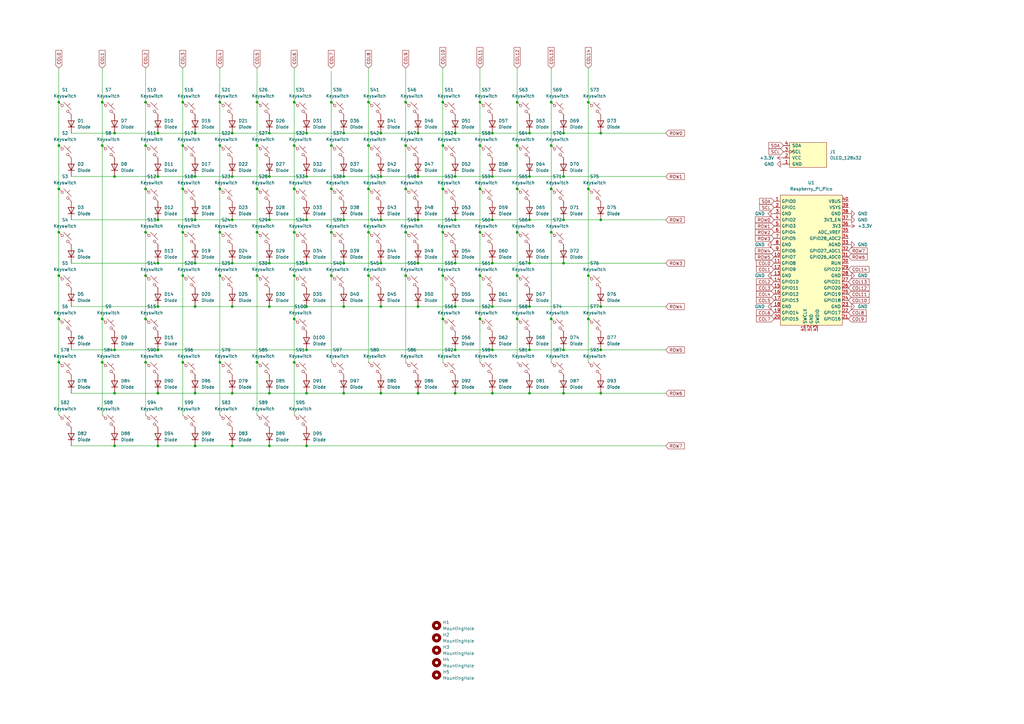
<source format=kicad_sch>
(kicad_sch (version 20231120) (generator "eeschema") (generator_version "8.0")
  (paper "A3")
  (junction (at 95.25 90.17))
  (junction (at 120.65 95.25))
  (junction (at 171.45 125.73))
  (junction (at 181.61 59.69))
  (junction (at 120.65 148.59))
  (junction (at 151.13 77.47))
  (junction (at 201.93 72.39))
  (junction (at 241.3 77.47))
  (junction (at 156.21 107.95))
  (junction (at 95.25 107.95))
  (junction (at 80.01 90.17))
  (junction (at 125.73 161.29))
  (junction (at 196.85 41.91))
  (junction (at 90.17 77.47))
  (junction (at 151.13 41.91))
  (junction (at 120.65 113.03))
  (junction (at 231.14 54.61))
  (junction (at 120.65 59.69))
  (junction (at 186.69 54.61))
  (junction (at 212.09 77.47))
  (junction (at 125.73 107.95))
  (junction (at 64.77 161.29))
  (junction (at 196.85 77.47))
  (junction (at 156.21 72.39))
  (junction (at 24.13 95.25))
  (junction (at 217.17 90.17))
  (junction (at 110.49 90.17))
  (junction (at 41.91 41.91))
  (junction (at 166.37 113.03))
  (junction (at 201.93 143.51))
  (junction (at 201.93 161.29))
  (junction (at 59.69 41.91))
  (junction (at 181.61 41.91))
  (junction (at 46.99 182.88))
  (junction (at 46.99 72.39))
  (junction (at 46.99 161.29))
  (junction (at 64.77 72.39))
  (junction (at 90.17 41.91))
  (junction (at 226.06 59.69))
  (junction (at 64.77 125.73))
  (junction (at 241.3 41.91))
  (junction (at 212.09 41.91))
  (junction (at 59.69 113.03))
  (junction (at 217.17 161.29))
  (junction (at 166.37 95.25))
  (junction (at 95.25 72.39))
  (junction (at 125.73 143.51))
  (junction (at 231.14 72.39))
  (junction (at 181.61 130.81))
  (junction (at 105.41 41.91))
  (junction (at 135.89 41.91))
  (junction (at 171.45 72.39))
  (junction (at 151.13 113.03))
  (junction (at 140.97 161.29))
  (junction (at 196.85 113.03))
  (junction (at 196.85 95.25))
  (junction (at 171.45 54.61))
  (junction (at 186.69 125.73))
  (junction (at 140.97 90.17))
  (junction (at 110.49 72.39))
  (junction (at 201.93 107.95))
  (junction (at 125.73 125.73))
  (junction (at 166.37 77.47))
  (junction (at 140.97 125.73))
  (junction (at 110.49 107.95))
  (junction (at 110.49 125.73))
  (junction (at 110.49 182.88))
  (junction (at 120.65 130.81))
  (junction (at 74.93 113.03))
  (junction (at 186.69 107.95))
  (junction (at 120.65 41.91))
  (junction (at 217.17 72.39))
  (junction (at 125.73 90.17))
  (junction (at 24.13 77.47))
  (junction (at 140.97 54.61))
  (junction (at 246.38 125.73))
  (junction (at 95.25 182.88))
  (junction (at 140.97 107.95))
  (junction (at 196.85 130.81))
  (junction (at 212.09 95.25))
  (junction (at 59.69 77.47))
  (junction (at 156.21 125.73))
  (junction (at 171.45 161.29))
  (junction (at 201.93 54.61))
  (junction (at 41.91 148.59))
  (junction (at 74.93 41.91))
  (junction (at 186.69 72.39))
  (junction (at 231.14 161.29))
  (junction (at 95.25 125.73))
  (junction (at 171.45 107.95))
  (junction (at 186.69 143.51))
  (junction (at 166.37 59.69))
  (junction (at 156.21 161.29))
  (junction (at 59.69 95.25))
  (junction (at 95.25 54.61))
  (junction (at 105.41 95.25))
  (junction (at 231.14 143.51))
  (junction (at 105.41 148.59))
  (junction (at 226.06 41.91))
  (junction (at 105.41 59.69))
  (junction (at 217.17 143.51))
  (junction (at 246.38 143.51))
  (junction (at 90.17 148.59))
  (junction (at 80.01 72.39))
  (junction (at 24.13 130.81))
  (junction (at 74.93 59.69))
  (junction (at 241.3 113.03))
  (junction (at 80.01 54.61))
  (junction (at 74.93 95.25))
  (junction (at 186.69 90.17))
  (junction (at 125.73 54.61))
  (junction (at 90.17 95.25))
  (junction (at 181.61 113.03))
  (junction (at 212.09 130.81))
  (junction (at 80.01 125.73))
  (junction (at 41.91 59.69))
  (junction (at 212.09 113.03))
  (junction (at 217.17 54.61))
  (junction (at 151.13 59.69))
  (junction (at 59.69 148.59))
  (junction (at 140.97 72.39))
  (junction (at 110.49 54.61))
  (junction (at 46.99 143.51))
  (junction (at 80.01 161.29))
  (junction (at 201.93 90.17))
  (junction (at 64.77 90.17))
  (junction (at 135.89 59.69))
  (junction (at 59.69 59.69))
  (junction (at 46.99 54.61))
  (junction (at 59.69 130.81))
  (junction (at 246.38 90.17))
  (junction (at 74.93 148.59))
  (junction (at 135.89 77.47))
  (junction (at 105.41 77.47))
  (junction (at 246.38 161.29))
  (junction (at 24.13 148.59))
  (junction (at 201.93 125.73))
  (junction (at 151.13 95.25))
  (junction (at 135.89 113.03))
  (junction (at 41.91 130.81))
  (junction (at 226.06 95.25))
  (junction (at 120.65 77.47))
  (junction (at 217.17 125.73))
  (junction (at 166.37 41.91))
  (junction (at 64.77 143.51))
  (junction (at 95.25 161.29))
  (junction (at 80.01 182.88))
  (junction (at 181.61 77.47))
  (junction (at 64.77 54.61))
  (junction (at 226.06 77.47))
  (junction (at 196.85 59.69))
  (junction (at 90.17 113.03))
  (junction (at 64.77 107.95))
  (junction (at 181.61 95.25))
  (junction (at 80.01 107.95))
  (junction (at 105.41 113.03))
  (junction (at 246.38 54.61))
  (junction (at 186.69 161.29))
  (junction (at 125.73 182.88))
  (junction (at 171.45 90.17))
  (junction (at 231.14 90.17))
  (junction (at 226.06 130.81))
  (junction (at 24.13 113.03))
  (junction (at 241.3 130.81))
  (junction (at 231.14 107.95))
  (junction (at 212.09 59.69))
  (junction (at 24.13 41.91))
  (junction (at 156.21 54.61))
  (junction (at 135.89 95.25))
  (junction (at 156.21 90.17))
  (junction (at 74.93 77.47))
  (junction (at 64.77 182.88))
  (junction (at 217.17 107.95))
  (junction (at 90.17 59.69))
  (junction (at 125.73 72.39))
  (junction (at 24.13 59.69))
  (junction (at 110.49 161.29))
  (wire (pts (xy 105.41 77.47) (xy 105.41 95.25)))
  (wire (pts (xy 41.91 59.69) (xy 41.91 130.81)))
  (wire (pts (xy 29.21 125.73) (xy 64.77 125.73)))
  (wire (pts (xy 186.69 143.51) (xy 201.93 143.51)))
  (wire (pts (xy 156.21 107.95) (xy 171.45 107.95)))
  (wire (pts (xy 217.17 143.51) (xy 231.14 143.51)))
  (wire (pts (xy 181.61 41.91) (xy 181.61 59.69)))
  (wire (pts (xy 186.69 90.17) (xy 201.93 90.17)))
  (wire (pts (xy 41.91 41.91) (xy 41.91 59.69)))
  (wire (pts (xy 95.25 125.73) (xy 110.49 125.73)))
  (wire (pts (xy 125.73 107.95) (xy 140.97 107.95)))
  (wire (pts (xy 217.17 161.29) (xy 231.14 161.29)))
  (wire (pts (xy 156.21 125.73) (xy 171.45 125.73)))
  (wire (pts (xy 241.3 27.94) (xy 241.3 41.91)))
  (wire (pts (xy 125.73 54.61) (xy 140.97 54.61)))
  (wire (pts (xy 95.25 90.17) (xy 110.49 90.17)))
  (wire (pts (xy 74.93 27.94) (xy 74.93 41.91)))
  (wire (pts (xy 59.69 77.47) (xy 59.69 95.25)))
  (wire (pts (xy 110.49 107.95) (xy 125.73 107.95)))
  (wire (pts (xy 246.38 90.17) (xy 273.05 90.17)))
  (wire (pts (xy 226.06 27.94) (xy 226.06 41.91)))
  (wire (pts (xy 186.69 107.95) (xy 201.93 107.95)))
  (wire (pts (xy 201.93 143.51) (xy 217.17 143.51)))
  (wire (pts (xy 217.17 125.73) (xy 246.38 125.73)))
  (wire (pts (xy 120.65 27.94) (xy 120.65 41.91)))
  (wire (pts (xy 64.77 143.51) (xy 125.73 143.51)))
  (wire (pts (xy 74.93 113.03) (xy 74.93 148.59)))
  (wire (pts (xy 241.3 77.47) (xy 241.3 113.03)))
  (wire (pts (xy 201.93 161.29) (xy 217.17 161.29)))
  (wire (pts (xy 186.69 54.61) (xy 201.93 54.61)))
  (wire (pts (xy 212.09 59.69) (xy 212.09 77.47)))
  (wire (pts (xy 231.14 72.39) (xy 273.05 72.39)))
  (wire (pts (xy 151.13 77.47) (xy 151.13 95.25)))
  (wire (pts (xy 151.13 113.03) (xy 151.13 148.59)))
  (wire (pts (xy 41.91 130.81) (xy 41.91 148.59)))
  (wire (pts (xy 80.01 182.88) (xy 95.25 182.88)))
  (wire (pts (xy 181.61 95.25) (xy 181.61 113.03)))
  (wire (pts (xy 105.41 59.69) (xy 105.41 77.47)))
  (wire (pts (xy 120.65 113.03) (xy 120.65 130.81)))
  (wire (pts (xy 171.45 161.29) (xy 186.69 161.29)))
  (wire (pts (xy 120.65 41.91) (xy 120.65 59.69)))
  (wire (pts (xy 246.38 54.61) (xy 273.05 54.61)))
  (wire (pts (xy 95.25 54.61) (xy 110.49 54.61)))
  (wire (pts (xy 90.17 95.25) (xy 90.17 113.03)))
  (wire (pts (xy 110.49 54.61) (xy 125.73 54.61)))
  (wire (pts (xy 29.21 182.88) (xy 46.99 182.88)))
  (wire (pts (xy 231.14 143.51) (xy 246.38 143.51)))
  (wire (pts (xy 156.21 161.29) (xy 171.45 161.29)))
  (wire (pts (xy 196.85 27.94) (xy 196.85 41.91)))
  (wire (pts (xy 231.14 107.95) (xy 273.05 107.95)))
  (wire (pts (xy 171.45 54.61) (xy 186.69 54.61)))
  (wire (pts (xy 64.77 107.95) (xy 80.01 107.95)))
  (wire (pts (xy 80.01 107.95) (xy 95.25 107.95)))
  (wire (pts (xy 151.13 95.25) (xy 151.13 113.03)))
  (wire (pts (xy 125.73 182.88) (xy 273.05 182.88)))
  (wire (pts (xy 29.21 72.39) (xy 46.99 72.39)))
  (wire (pts (xy 59.69 59.69) (xy 59.69 77.47)))
  (wire (pts (xy 181.61 113.03) (xy 181.61 130.81)))
  (wire (pts (xy 201.93 125.73) (xy 217.17 125.73)))
  (wire (pts (xy 95.25 161.29) (xy 110.49 161.29)))
  (wire (pts (xy 135.89 41.91) (xy 135.89 59.69)))
  (wire (pts (xy 186.69 72.39) (xy 201.93 72.39)))
  (wire (pts (xy 140.97 107.95) (xy 156.21 107.95)))
  (wire (pts (xy 90.17 148.59) (xy 90.17 170.18)))
  (wire (pts (xy 166.37 95.25) (xy 166.37 113.03)))
  (wire (pts (xy 80.01 54.61) (xy 95.25 54.61)))
  (wire (pts (xy 80.01 72.39) (xy 95.25 72.39)))
  (wire (pts (xy 74.93 59.69) (xy 74.93 77.47)))
  (wire (pts (xy 226.06 95.25) (xy 226.06 130.81)))
  (wire (pts (xy 140.97 72.39) (xy 156.21 72.39)))
  (wire (pts (xy 90.17 113.03) (xy 90.17 148.59)))
  (wire (pts (xy 212.09 77.47) (xy 212.09 95.25)))
  (wire (pts (xy 166.37 113.03) (xy 166.37 148.59)))
  (wire (pts (xy 64.77 90.17) (xy 80.01 90.17)))
  (wire (pts (xy 59.69 113.03) (xy 59.69 130.81)))
  (wire (pts (xy 151.13 27.94) (xy 151.13 41.91)))
  (wire (pts (xy 196.85 59.69) (xy 196.85 77.47)))
  (wire (pts (xy 95.25 182.88) (xy 110.49 182.88)))
  (wire (pts (xy 156.21 54.61) (xy 171.45 54.61)))
  (wire (pts (xy 217.17 90.17) (xy 231.14 90.17)))
  (wire (pts (xy 171.45 125.73) (xy 186.69 125.73)))
  (wire (pts (xy 246.38 143.51) (xy 273.05 143.51)))
  (wire (pts (xy 105.41 148.59) (xy 105.41 170.18)))
  (wire (pts (xy 120.65 95.25) (xy 120.65 113.03)))
  (wire (pts (xy 120.65 59.69) (xy 120.65 77.47)))
  (wire (pts (xy 105.41 27.94) (xy 105.41 41.91)))
  (wire (pts (xy 64.77 72.39) (xy 80.01 72.39)))
  (wire (pts (xy 226.06 59.69) (xy 226.06 77.47)))
  (wire (pts (xy 196.85 95.25) (xy 196.85 113.03)))
  (wire (pts (xy 29.21 90.17) (xy 64.77 90.17)))
  (wire (pts (xy 231.14 54.61) (xy 246.38 54.61)))
  (wire (pts (xy 135.89 95.25) (xy 135.89 113.03)))
  (wire (pts (xy 231.14 161.29) (xy 246.38 161.29)))
  (wire (pts (xy 151.13 59.69) (xy 151.13 77.47)))
  (wire (pts (xy 226.06 130.81) (xy 226.06 148.59)))
  (wire (pts (xy 64.77 54.61) (xy 80.01 54.61)))
  (wire (pts (xy 46.99 182.88) (xy 64.77 182.88)))
  (wire (pts (xy 29.21 143.51) (xy 46.99 143.51)))
  (wire (pts (xy 24.13 27.94) (xy 24.13 41.91)))
  (wire (pts (xy 64.77 161.29) (xy 80.01 161.29)))
  (wire (pts (xy 140.97 54.61) (xy 156.21 54.61)))
  (wire (pts (xy 59.69 95.25) (xy 59.69 113.03)))
  (wire (pts (xy 125.73 143.51) (xy 186.69 143.51)))
  (wire (pts (xy 110.49 182.88) (xy 125.73 182.88)))
  (wire (pts (xy 110.49 161.29) (xy 125.73 161.29)))
  (wire (pts (xy 181.61 27.94) (xy 181.61 41.91)))
  (wire (pts (xy 217.17 54.61) (xy 231.14 54.61)))
  (wire (pts (xy 156.21 72.39) (xy 171.45 72.39)))
  (wire (pts (xy 120.65 148.59) (xy 120.65 170.18)))
  (wire (pts (xy 120.65 77.47) (xy 120.65 95.25)))
  (wire (pts (xy 59.69 130.81) (xy 59.69 148.59)))
  (wire (pts (xy 80.01 161.29) (xy 95.25 161.29)))
  (wire (pts (xy 41.91 27.94) (xy 41.91 41.91)))
  (wire (pts (xy 110.49 125.73) (xy 125.73 125.73)))
  (wire (pts (xy 120.65 130.81) (xy 120.65 148.59)))
  (wire (pts (xy 125.73 90.17) (xy 140.97 90.17)))
  (wire (pts (xy 24.13 41.91) (xy 24.13 59.69)))
  (wire (pts (xy 24.13 113.03) (xy 24.13 130.81)))
  (wire (pts (xy 241.3 113.03) (xy 241.3 130.81)))
  (wire (pts (xy 95.25 72.39) (xy 110.49 72.39)))
  (wire (pts (xy 29.21 54.61) (xy 46.99 54.61)))
  (wire (pts (xy 90.17 41.91) (xy 90.17 59.69)))
  (wire (pts (xy 105.41 95.25) (xy 105.41 113.03)))
  (wire (pts (xy 90.17 59.69) (xy 90.17 77.47)))
  (wire (pts (xy 125.73 161.29) (xy 140.97 161.29)))
  (wire (pts (xy 46.99 143.51) (xy 64.77 143.51)))
  (wire (pts (xy 110.49 72.39) (xy 125.73 72.39)))
  (wire (pts (xy 135.89 59.69) (xy 135.89 77.47)))
  (wire (pts (xy 24.13 77.47) (xy 24.13 95.25)))
  (wire (pts (xy 59.69 41.91) (xy 59.69 59.69)))
  (wire (pts (xy 166.37 77.47) (xy 166.37 95.25)))
  (wire (pts (xy 212.09 113.03) (xy 212.09 130.81)))
  (wire (pts (xy 171.45 72.39) (xy 186.69 72.39)))
  (wire (pts (xy 140.97 90.17) (xy 156.21 90.17)))
  (wire (pts (xy 41.91 148.59) (xy 41.91 170.18)))
  (wire (pts (xy 166.37 41.91) (xy 166.37 59.69)))
  (wire (pts (xy 212.09 130.81) (xy 212.09 147.32)))
  (wire (pts (xy 201.93 54.61) (xy 217.17 54.61)))
  (wire (pts (xy 201.93 107.95) (xy 217.17 107.95)))
  (wire (pts (xy 24.13 95.25) (xy 24.13 113.03)))
  (wire (pts (xy 186.69 125.73) (xy 201.93 125.73)))
  (wire (pts (xy 212.09 95.25) (xy 212.09 113.03)))
  (wire (pts (xy 246.38 125.73) (xy 273.05 125.73)))
  (wire (pts (xy 125.73 125.73) (xy 140.97 125.73)))
  (wire (pts (xy 46.99 54.61) (xy 64.77 54.61)))
  (wire (pts (xy 217.17 107.95) (xy 231.14 107.95)))
  (wire (pts (xy 24.13 130.81) (xy 24.13 148.59)))
  (wire (pts (xy 171.45 107.95) (xy 186.69 107.95)))
  (wire (pts (xy 74.93 41.91) (xy 74.93 59.69)))
  (wire (pts (xy 171.45 90.17) (xy 186.69 90.17)))
  (wire (pts (xy 212.09 27.94) (xy 212.09 41.91)))
  (wire (pts (xy 140.97 125.73) (xy 156.21 125.73)))
  (wire (pts (xy 135.89 29.21) (xy 135.89 41.91)))
  (wire (pts (xy 24.13 148.59) (xy 24.13 170.18)))
  (wire (pts (xy 105.41 41.91) (xy 105.41 59.69)))
  (wire (pts (xy 241.3 41.91) (xy 241.3 77.47)))
  (wire (pts (xy 196.85 113.03) (xy 196.85 130.81)))
  (wire (pts (xy 64.77 182.88) (xy 80.01 182.88)))
  (wire (pts (xy 29.21 107.95) (xy 64.77 107.95)))
  (wire (pts (xy 135.89 113.03) (xy 135.89 148.59)))
  (wire (pts (xy 246.38 161.29) (xy 273.05 161.29)))
  (wire (pts (xy 166.37 59.69) (xy 166.37 77.47)))
  (wire (pts (xy 226.06 77.47) (xy 226.06 95.25)))
  (wire (pts (xy 110.49 90.17) (xy 125.73 90.17)))
  (wire (pts (xy 196.85 130.81) (xy 196.85 148.59)))
  (wire (pts (xy 212.09 41.91) (xy 212.09 59.69)))
  (wire (pts (xy 181.61 130.81) (xy 181.61 148.59)))
  (wire (pts (xy 80.01 125.73) (xy 95.25 125.73)))
  (wire (pts (xy 59.69 148.59) (xy 59.69 170.18)))
  (wire (pts (xy 80.01 90.17) (xy 95.25 90.17)))
  (wire (pts (xy 95.25 107.95) (xy 110.49 107.95)))
  (wire (pts (xy 105.41 113.03) (xy 105.41 148.59)))
  (wire (pts (xy 90.17 77.47) (xy 90.17 95.25)))
  (wire (pts (xy 156.21 90.17) (xy 171.45 90.17)))
  (wire (pts (xy 201.93 90.17) (xy 217.17 90.17)))
  (wire (pts (xy 90.17 27.94) (xy 90.17 41.91)))
  (wire (pts (xy 181.61 59.69) (xy 181.61 77.47)))
  (wire (pts (xy 181.61 77.47) (xy 181.61 95.25)))
  (wire (pts (xy 226.06 41.91) (xy 226.06 59.69)))
  (wire (pts (xy 135.89 77.47) (xy 135.89 95.25)))
  (wire (pts (xy 46.99 161.29) (xy 64.77 161.29)))
  (wire (pts (xy 186.69 161.29) (xy 201.93 161.29)))
  (wire (pts (xy 46.99 72.39) (xy 64.77 72.39)))
  (wire (pts (xy 151.13 41.91) (xy 151.13 59.69)))
  (wire (pts (xy 217.17 72.39) (xy 231.14 72.39)))
  (wire (pts (xy 24.13 59.69) (xy 24.13 77.47)))
  (wire (pts (xy 140.97 161.29) (xy 156.21 161.29)))
  (wire (pts (xy 74.93 148.59) (xy 74.93 170.18)))
  (wire (pts (xy 241.3 130.81) (xy 241.3 148.59)))
  (wire (pts (xy 201.93 72.39) (xy 217.17 72.39)))
  (wire (pts (xy 74.93 95.25) (xy 74.93 113.03)))
  (wire (pts (xy 125.73 72.39) (xy 140.97 72.39)))
  (wire (pts (xy 29.21 161.29) (xy 46.99 161.29)))
  (wire (pts (xy 64.77 125.73) (xy 80.01 125.73)))
  (wire (pts (xy 231.14 90.17) (xy 246.38 90.17)))
  (wire (pts (xy 196.85 77.47) (xy 196.85 95.25)))
  (wire (pts (xy 74.93 77.47) (xy 74.93 95.25)))
  (wire (pts (xy 196.85 41.91) (xy 196.85 59.69)))
  (wire (pts (xy 166.37 27.94) (xy 166.37 41.91)))
  (wire (pts (xy 59.69 27.94) (xy 59.69 41.91)))
  (global_label "ROW3" (shape input) (at 273.05 107.95 0) (property "Intersheetrefs" "${INTERSHEET_REFS}" (effects (hide yes))))
  (global_label "SCL" (shape input) (at 317.5 85.09 180) (property "Intersheetrefs" "${INTERSHEET_REFS}" (effects (hide yes))))
  (global_label "COL3" (shape input) (at 317.5 118.11 180) (property "Intersheetrefs" "${INTERSHEET_REFS}" (effects (hide yes))))
  (global_label "ROW1" (shape input) (at 317.5 92.71 180) (property "Intersheetrefs" "${INTERSHEET_REFS}" (effects (hide yes))))
  (global_label "ROW0" (shape input) (at 273.05 54.61 0) (property "Intersheetrefs" "${INTERSHEET_REFS}" (effects (hide yes))))
  (global_label "COL6" (shape input) (at 317.5 128.27 180) (property "Intersheetrefs" "${INTERSHEET_REFS}" (effects (hide yes))))
  (global_label "ROW6" (shape input) (at 347.98 105.41 0) (property "Intersheetrefs" "${INTERSHEET_REFS}" (effects (hide yes))))
  (global_label "COL12" (shape input) (at 212.09 27.94 90) (property "Intersheetrefs" "${INTERSHEET_REFS}" (effects (hide yes))))
  (global_label "COL13" (shape input) (at 347.98 115.57 0) (property "Intersheetrefs" "${INTERSHEET_REFS}" (effects (hide yes))))
  (global_label "COL4" (shape input) (at 317.5 120.65 180) (property "Intersheetrefs" "${INTERSHEET_REFS}" (effects (hide yes))))
  (global_label "COL9" (shape input) (at 166.37 27.94 90) (property "Intersheetrefs" "${INTERSHEET_REFS}" (effects (hide yes))))
  (global_label "ROW3" (shape input) (at 317.5 97.79 180) (property "Intersheetrefs" "${INTERSHEET_REFS}" (effects (hide yes))))
  (global_label "COL11" (shape input) (at 196.85 27.94 90) (property "Intersheetrefs" "${INTERSHEET_REFS}" (effects (hide yes))))
  (global_label "SCL" (shape input) (at 321.31 62.23 180) (property "Intersheetrefs" "${INTERSHEET_REFS}" (effects (hide yes))))
  (global_label "ROW5" (shape input) (at 317.5 105.41 180) (property "Intersheetrefs" "${INTERSHEET_REFS}" (effects (hide yes))))
  (global_label "COL12" (shape input) (at 347.98 118.11 0) (property "Intersheetrefs" "${INTERSHEET_REFS}" (effects (hide yes))))
  (global_label "COL5" (shape input) (at 105.41 27.94 90) (property "Intersheetrefs" "${INTERSHEET_REFS}" (effects (hide yes))))
  (global_label "ROW4" (shape input) (at 273.05 125.73 0) (property "Intersheetrefs" "${INTERSHEET_REFS}" (effects (hide yes))))
  (global_label "COL2" (shape input) (at 59.69 27.94 90) (property "Intersheetrefs" "${INTERSHEET_REFS}" (effects (hide yes))))
  (global_label "SDA" (shape input) (at 317.5 82.55 180) (property "Intersheetrefs" "${INTERSHEET_REFS}" (effects (hide yes))))
  (global_label "ROW5" (shape input) (at 273.05 143.51 0) (property "Intersheetrefs" "${INTERSHEET_REFS}" (effects (hide yes))))
  (global_label "COL2" (shape input) (at 317.5 115.57 180) (property "Intersheetrefs" "${INTERSHEET_REFS}" (effects (hide yes))))
  (global_label "COL7" (shape input) (at 135.89 27.94 90) (property "Intersheetrefs" "${INTERSHEET_REFS}" (effects (hide yes))))
  (global_label "ROW2" (shape input) (at 317.5 95.25 180) (property "Intersheetrefs" "${INTERSHEET_REFS}" (effects (hide yes))))
  (global_label "COL0" (shape input) (at 317.5 107.95 180) (property "Intersheetrefs" "${INTERSHEET_REFS}" (effects (hide yes))))
  (global_label "COL11" (shape input) (at 347.98 120.65 0) (property "Intersheetrefs" "${INTERSHEET_REFS}" (effects (hide yes))))
  (global_label "COL10" (shape input) (at 181.61 27.94 90) (property "Intersheetrefs" "${INTERSHEET_REFS}" (effects (hide yes))))
  (global_label "COL0" (shape input) (at 24.13 27.94 90) (property "Intersheetrefs" "${INTERSHEET_REFS}" (effects (hide yes))))
  (global_label "SDA" (shape input) (at 321.31 59.69 180) (property "Intersheetrefs" "${INTERSHEET_REFS}" (effects (hide yes))))
  (global_label "COL1" (shape input) (at 317.5 110.49 180) (property "Intersheetrefs" "${INTERSHEET_REFS}" (effects (hide yes))))
  (global_label "COL8" (shape input) (at 347.98 128.27 0) (property "Intersheetrefs" "${INTERSHEET_REFS}" (effects (hide yes))))
  (global_label "ROW4" (shape input) (at 317.5 102.87 180) (property "Intersheetrefs" "${INTERSHEET_REFS}" (effects (hide yes))))
  (global_label "COL14" (shape input) (at 347.98 110.49 0) (property "Intersheetrefs" "${INTERSHEET_REFS}" (effects (hide yes))))
  (global_label "COL13" (shape input) (at 226.06 27.94 90) (property "Intersheetrefs" "${INTERSHEET_REFS}" (effects (hide yes))))
  (global_label "ROW7" (shape input) (at 273.05 182.88 0) (property "Intersheetrefs" "${INTERSHEET_REFS}" (effects (hide yes))))
  (global_label "COL1" (shape input) (at 41.91 27.94 90) (property "Intersheetrefs" "${INTERSHEET_REFS}" (effects (hide yes))))
  (global_label "COL4" (shape input) (at 90.17 27.94 90) (property "Intersheetrefs" "${INTERSHEET_REFS}" (effects (hide yes))))
  (global_label "ROW6" (shape input) (at 273.05 161.29 0) (property "Intersheetrefs" "${INTERSHEET_REFS}" (effects (hide yes))))
  (global_label "ROW7" (shape input) (at 347.98 102.87 0) (property "Intersheetrefs" "${INTERSHEET_REFS}" (effects (hide yes))))
  (global_label "COL5" (shape input) (at 317.5 123.19 180) (property "Intersheetrefs" "${INTERSHEET_REFS}" (effects (hide yes))))
  (global_label "COL14" (shape input) (at 241.3 27.94 90) (property "Intersheetrefs" "${INTERSHEET_REFS}" (effects (hide yes))))
  (global_label "COL8" (shape input) (at 151.13 27.94 90) (property "Intersheetrefs" "${INTERSHEET_REFS}" (effects (hide yes))))
  (global_label "ROW2" (shape input) (at 273.05 90.17 0) (property "Intersheetrefs" "${INTERSHEET_REFS}" (effects (hide yes))))
  (global_label "ROW1" (shape input) (at 273.05 72.39 0) (property "Intersheetrefs" "${INTERSHEET_REFS}" (effects (hide yes))))
  (global_label "COL9" (shape input) (at 347.98 130.81 0) (property "Intersheetrefs" "${INTERSHEET_REFS}" (effects (hide yes))))
  (global_label "COL7" (shape input) (at 317.5 130.81 180) (property "Intersheetrefs" "${INTERSHEET_REFS}" (effects (hide yes))))
  (global_label "COL6" (shape input) (at 120.65 27.94 90) (property "Intersheetrefs" "${INTERSHEET_REFS}" (effects (hide yes))))
  (global_label "ROW0" (shape input) (at 317.5 90.17 180) (property "Intersheetrefs" "${INTERSHEET_REFS}" (effects (hide yes))))
  (global_label "COL3" (shape input) (at 74.93 27.94 90) (property "Intersheetrefs" "${INTERSHEET_REFS}" (effects (hide yes))))
  (global_label "COL10" (shape input) (at 347.98 123.19 0) (property "Intersheetrefs" "${INTERSHEET_REFS}" (effects (hide yes))))
  (symbol (lib_id "ScottoKeebs:Placeholder_Keyswitch") (at 243.84 115.57 0) (unit 1)
    (property "Reference" "S76" (at 243.84 107.95 0))
    (property "Value" "Keyswitch" (at 243.84 110.49 0))
    (property "Footprint" "Custom:Gateron-KS33-Solderable-1U" (effects (hide yes)))
    (property "Description" "Push button switch, normally open, two pins, 45° tilted" (effects (hide yes)))
  )
  (symbol (lib_id "ScottoKeebs:Placeholder_Diode") (at 95.25 157.48 90) (unit 1)
    (property "Reference" "D79" (at 97.79 156.2099 90) (effects (justify right)))
    (property "Value" "Diode" (at 97.79 158.7499 90) (effects (justify right)))
    (property "Footprint" "ScottoKeebs_Components:Diode_DO-35" (effects (hide yes)))
    (property "Description" "1N4148 (DO-35) or 1N4148W (SOD-123)" (effects (hide yes)))
    (property "Sim.Device" "D" (effects (hide yes)))
    (property "Sim.Pins" "1=K 2=A" (effects (hide yes)))
  )
  (symbol (lib_id "ScottoKeebs:Placeholder_Keyswitch") (at 123.19 151.13 0) (unit 1)
    (property "Reference" "S91" (at 123.19 143.51 0))
    (property "Value" "Keyswitch" (at 123.19 146.05 0))
    (property "Footprint" "Custom:Gateron-KS33-Solderable-1U" (effects (hide yes)))
    (property "Description" "Push button switch, normally open, two pins, 45° tilted" (effects (hide yes)))
  )
  (symbol (lib_id "ScottoKeebs:Placeholder_Diode") (at 140.97 86.36 90) (unit 1)
    (property "Reference" "D38" (at 143.51 85.0899 90) (effects (justify right)))
    (property "Value" "Diode" (at 143.51 87.6299 90) (effects (justify right)))
    (property "Footprint" "ScottoKeebs_Components:Diode_DO-35" (effects (hide yes)))
    (property "Description" "1N4148 (DO-35) or 1N4148W (SOD-123)" (effects (hide yes)))
    (property "Sim.Device" "D" (effects (hide yes)))
    (property "Sim.Pins" "1=K 2=A" (effects (hide yes)))
  )
  (symbol (lib_id "ScottoKeebs:Placeholder_Keyswitch") (at 138.43 62.23 0) (unit 1)
    (property "Reference" "S37" (at 138.43 54.61 0))
    (property "Value" "Keyswitch" (at 138.43 57.15 0))
    (property "Footprint" "Custom:Gateron-KS33-Solderable-1U" (effects (hide yes)))
    (property "Description" "Push button switch, normally open, two pins, 45° tilted" (effects (hide yes)))
  )
  (symbol (lib_id "ScottoKeebs:Placeholder_Diode") (at 171.45 86.36 90) (unit 1)
    (property "Reference" "D48" (at 173.99 85.0899 90) (effects (justify right)))
    (property "Value" "Diode" (at 173.99 87.6299 90) (effects (justify right)))
    (property "Footprint" "ScottoKeebs_Components:Diode_DO-35" (effects (hide yes)))
    (property "Description" "1N4148 (DO-35) or 1N4148W (SOD-123)" (effects (hide yes)))
    (property "Sim.Device" "D" (effects (hide yes)))
    (property "Sim.Pins" "1=K 2=A" (effects (hide yes)))
  )
  (symbol (lib_id "ScottoKeebs:Placeholder_Diode") (at 201.93 104.14 90) (unit 1)
    (property "Reference" "D60" (at 204.47 102.8699 90) (effects (justify right)))
    (property "Value" "Diode" (at 204.47 105.4099 90) (effects (justify right)))
    (property "Footprint" "ScottoKeebs_Components:Diode_DO-35" (effects (hide yes)))
    (property "Description" "1N4148 (DO-35) or 1N4148W (SOD-123)" (effects (hide yes)))
    (property "Sim.Device" "D" (effects (hide yes)))
    (property "Sim.Pins" "1=K 2=A" (effects (hide yes)))
  )
  (symbol (lib_id "ScottoKeebs:Placeholder_Diode") (at 125.73 121.92 90) (unit 1)
    (property "Reference" "D35" (at 128.27 120.6499 90) (effects (justify right)))
    (property "Value" "Diode" (at 128.27 123.1899 90) (effects (justify right)))
    (property "Footprint" "ScottoKeebs_Components:Diode_DO-35" (effects (hide yes)))
    (property "Description" "1N4148 (DO-35) or 1N4148W (SOD-123)" (effects (hide yes)))
    (property "Sim.Device" "D" (effects (hide yes)))
    (property "Sim.Pins" "1=K 2=A" (effects (hide yes)))
  )
  (symbol (lib_id "ScottoKeebs:Placeholder_Diode") (at 156.21 121.92 90) (unit 1)
    (property "Reference" "D45" (at 158.75 120.6499 90) (effects (justify right)))
    (property "Value" "Diode" (at 158.75 123.1899 90) (effects (justify right)))
    (property "Footprint" "ScottoKeebs_Components:Diode_DO-35" (effects (hide yes)))
    (property "Description" "1N4148 (DO-35) or 1N4148W (SOD-123)" (effects (hide yes)))
    (property "Sim.Device" "D" (effects (hide yes)))
    (property "Sim.Pins" "1=K 2=A" (effects (hide yes)))
  )
  (symbol (lib_id "ScottoKeebs:Placeholder_Diode") (at 186.69 50.8 90) (unit 1)
    (property "Reference" "D51" (at 189.23 49.5299 90) (effects (justify right)))
    (property "Value" "Diode" (at 189.23 52.0699 90) (effects (justify right)))
    (property "Footprint" "ScottoKeebs_Components:Diode_DO-35" (effects (hide yes)))
    (property "Description" "1N4148 (DO-35) or 1N4148W (SOD-123)" (effects (hide yes)))
    (property "Sim.Device" "D" (effects (hide yes)))
    (property "Sim.Pins" "1=K 2=A" (effects (hide yes)))
  )
  (symbol (lib_id "power:GND") (at 347.98 125.73 90) (unit 1)
    (property "Reference" "#PWR03" (effects (hide yes)))
    (property "Value" "GND" (at 351.79 125.7299 90) (effects (justify right)))
    (property "Description" "Power symbol creates a global label with name \"GND\" , ground" (effects (hide yes)))
  )
  (symbol (lib_id "ScottoKeebs:Placeholder_Keyswitch") (at 92.71 115.57 0) (unit 1)
    (property "Reference" "S25" (at 92.71 107.95 0))
    (property "Value" "Keyswitch" (at 92.71 110.49 0))
    (property "Footprint" "Custom:Gateron-KS33-Solderable-1U" (effects (hide yes)))
    (property "Description" "Push button switch, normally open, two pins, 45° tilted" (effects (hide yes)))
  )
  (symbol (lib_id "ScottoKeebs:Placeholder_Keyswitch") (at 153.67 151.13 0) (unit 1)
    (property "Reference" "S80" (at 153.67 143.51 0))
    (property "Value" "Keyswitch" (at 153.67 146.05 0))
    (property "Footprint" "Custom:Gateron-KS33-Solderable-1U" (effects (hide yes)))
    (property "Description" "Push button switch, normally open, two pins, 45° tilted" (effects (hide yes)))
  )
  (symbol (lib_id "ScottoKeebs:Placeholder_Keyswitch") (at 62.23 44.45 0) (unit 1)
    (property "Reference" "S10" (at 62.23 36.83 0))
    (property "Value" "Keyswitch" (at 62.23 39.37 0))
    (property "Footprint" "Custom:Gateron-KS33-Solderable-1U" (effects (hide yes)))
    (property "Description" "Push button switch, normally open, two pins, 45° tilted" (effects (hide yes)))
  )
  (symbol (lib_id "ScottoKeebs:Placeholder_Keyswitch") (at 92.71 62.23 0) (unit 1)
    (property "Reference" "S22" (at 92.71 54.61 0))
    (property "Value" "Keyswitch" (at 92.71 57.15 0))
    (property "Footprint" "Custom:Gateron-KS33-Solderable-1U" (effects (hide yes)))
    (property "Description" "Push button switch, normally open, two pins, 45° tilted" (effects (hide yes)))
  )
  (symbol (lib_id "ScottoKeebs:Placeholder_Keyswitch") (at 138.43 151.13 0) (unit 1)
    (property "Reference" "S97" (at 138.43 143.51 0))
    (property "Value" "Keyswitch" (at 138.43 146.05 0))
    (property "Footprint" "Custom:Gateron-KS33-Solderable-1U" (effects (hide yes)))
    (property "Description" "Push button switch, normally open, two pins, 45° tilted" (effects (hide yes)))
  )
  (symbol (lib_id "ScottoKeebs:Placeholder_Keyswitch") (at 92.71 44.45 0) (unit 1)
    (property "Reference" "S21" (at 92.71 36.83 0))
    (property "Value" "Keyswitch" (at 92.71 39.37 0))
    (property "Footprint" "Custom:Gateron-KS33-Solderable-1U" (effects (hide yes)))
    (property "Description" "Push button switch, normally open, two pins, 45° tilted" (effects (hide yes)))
  )
  (symbol (lib_id "ScottoKeebs:Placeholder_Diode") (at 125.73 104.14 90) (unit 1)
    (property "Reference" "D34" (at 128.27 102.8699 90) (effects (justify right)))
    (property "Value" "Diode" (at 128.27 105.4099 90) (effects (justify right)))
    (property "Footprint" "ScottoKeebs_Components:Diode_DO-35" (effects (hide yes)))
    (property "Description" "1N4148 (DO-35) or 1N4148W (SOD-123)" (effects (hide yes)))
    (property "Sim.Device" "D" (effects (hide yes)))
    (property "Sim.Pins" "1=K 2=A" (effects (hide yes)))
  )
  (symbol (lib_id "ScottoKeebs:Placeholder_Diode") (at 95.25 104.14 90) (unit 1)
    (property "Reference" "D24" (at 97.79 102.8699 90) (effects (justify right)))
    (property "Value" "Diode" (at 97.79 105.4099 90) (effects (justify right)))
    (property "Footprint" "ScottoKeebs_Components:Diode_DO-35" (effects (hide yes)))
    (property "Description" "1N4148 (DO-35) or 1N4148W (SOD-123)" (effects (hide yes)))
    (property "Sim.Device" "D" (effects (hide yes)))
    (property "Sim.Pins" "1=K 2=A" (effects (hide yes)))
  )
  (symbol (lib_id "ScottoKeebs:Placeholder_Diode") (at 140.97 121.92 90) (unit 1)
    (property "Reference" "D40" (at 143.51 120.6499 90) (effects (justify right)))
    (property "Value" "Diode" (at 143.51 123.1899 90) (effects (justify right)))
    (property "Footprint" "ScottoKeebs_Components:Diode_DO-35" (effects (hide yes)))
    (property "Description" "1N4148 (DO-35) or 1N4148W (SOD-123)" (effects (hide yes)))
    (property "Sim.Device" "D" (effects (hide yes)))
    (property "Sim.Pins" "1=K 2=A" (effects (hide yes)))
  )
  (symbol (lib_id "ScottoKeebs:Placeholder_Diode") (at 125.73 139.7 90) (unit 1)
    (property "Reference" "D100" (at 128.27 138.4299 90) (effects (justify right)))
    (property "Value" "Diode" (at 128.27 140.9699 90) (effects (justify right)))
    (property "Footprint" "ScottoKeebs_Components:Diode_DO-35" (effects (hide yes)))
    (property "Description" "1N4148 (DO-35) or 1N4148W (SOD-123)" (effects (hide yes)))
    (property "Sim.Device" "D" (effects (hide yes)))
    (property "Sim.Pins" "1=K 2=A" (effects (hide yes)))
  )
  (symbol (lib_id "ScottoKeebs:Placeholder_Diode") (at 201.93 68.58 90) (unit 1)
    (property "Reference" "D58" (at 204.47 67.3099 90) (effects (justify right)))
    (property "Value" "Diode" (at 204.47 69.8499 90) (effects (justify right)))
    (property "Footprint" "ScottoKeebs_Components:Diode_DO-35" (effects (hide yes)))
    (property "Description" "1N4148 (DO-35) or 1N4148W (SOD-123)" (effects (hide yes)))
    (property "Sim.Device" "D" (effects (hide yes)))
    (property "Sim.Pins" "1=K 2=A" (effects (hide yes)))
  )
  (symbol (lib_id "ScottoKeebs:Placeholder_Diode") (at 80.01 50.8 90) (unit 1)
    (property "Reference" "D16" (at 82.55 49.5299 90) (effects (justify right)))
    (property "Value" "Diode" (at 82.55 52.0699 90) (effects (justify right)))
    (property "Footprint" "ScottoKeebs_Components:Diode_DO-35" (effects (hide yes)))
    (property "Description" "1N4148 (DO-35) or 1N4148W (SOD-123)" (effects (hide yes)))
    (property "Sim.Device" "D" (effects (hide yes)))
    (property "Sim.Pins" "1=K 2=A" (effects (hide yes)))
  )
  (symbol (lib_id "ScottoKeebs:Placeholder_Keyswitch") (at 62.23 80.01 0) (unit 1)
    (property "Reference" "S12" (at 62.23 72.39 0))
    (property "Value" "Keyswitch" (at 62.23 74.93 0))
    (property "Footprint" "Custom:Gateron-KS33-Solderable-1U" (effects (hide yes)))
    (property "Description" "Push button switch, normally open, two pins, 45° tilted" (effects (hide yes)))
  )
  (symbol (lib_id "ScottoKeebs:Placeholder_Diode") (at 140.97 104.14 90) (unit 1)
    (property "Reference" "D39" (at 143.51 102.8699 90) (effects (justify right)))
    (property "Value" "Diode" (at 143.51 105.4099 90) (effects (justify right)))
    (property "Footprint" "ScottoKeebs_Components:Diode_DO-35" (effects (hide yes)))
    (property "Description" "1N4148 (DO-35) or 1N4148W (SOD-123)" (effects (hide yes)))
    (property "Sim.Device" "D" (effects (hide yes)))
    (property "Sim.Pins" "1=K 2=A" (effects (hide yes)))
  )
  (symbol (lib_id "ScottoKeebs:Placeholder_Diode") (at 125.73 179.07 90) (unit 1)
    (property "Reference" "D95" (at 128.27 177.7999 90) (effects (justify right)))
    (property "Value" "Diode" (at 128.27 180.3399 90) (effects (justify right)))
    (property "Footprint" "ScottoKeebs_Components:Diode_DO-35" (effects (hide yes)))
    (property "Description" "1N4148 (DO-35) or 1N4148W (SOD-123)" (effects (hide yes)))
    (property "Sim.Device" "D" (effects (hide yes)))
    (property "Sim.Pins" "1=K 2=A" (effects (hide yes)))
  )
  (symbol (lib_id "ScottoKeebs:Placeholder_Diode") (at 80.01 157.48 90) (unit 1)
    (property "Reference" "D96" (at 82.55 156.2099 90) (effects (justify right)))
    (property "Value" "Diode" (at 82.55 158.7499 90) (effects (justify right)))
    (property "Footprint" "ScottoKeebs_Components:Diode_DO-35" (effects (hide yes)))
    (property "Description" "1N4148 (DO-35) or 1N4148W (SOD-123)" (effects (hide yes)))
    (property "Sim.Device" "D" (effects (hide yes)))
    (property "Sim.Pins" "1=K 2=A" (effects (hide yes)))
  )
  (symbol (lib_id "ScottoKeebs:Placeholder_Keyswitch") (at 214.63 151.13 0) (unit 1)
    (property "Reference" "S81" (at 214.63 143.51 0))
    (property "Value" "Keyswitch" (at 214.63 146.05 0))
    (property "Footprint" "Custom:Gateron-KS33-Solderable-1U" (effects (hide yes)))
    (property "Description" "Push button switch, normally open, two pins, 45° tilted" (effects (hide yes)))
  )
  (symbol (lib_id "ScottoKeebs:Placeholder_Keyswitch") (at 77.47 80.01 0) (unit 1)
    (property "Reference" "S18" (at 77.47 72.39 0))
    (property "Value" "Keyswitch" (at 77.47 74.93 0))
    (property "Footprint" "Custom:Gateron-KS33-Solderable-1U" (effects (hide yes)))
    (property "Description" "Push button switch, normally open, two pins, 45° tilted" (effects (hide yes)))
  )
  (symbol (lib_id "ScottoKeebs:Placeholder_Keyswitch") (at 228.6 80.01 0) (unit 1)
    (property "Reference" "S71" (at 228.6 72.39 0))
    (property "Value" "Keyswitch" (at 228.6 74.93 0))
    (property "Footprint" "Custom:Gateron-KS33-Solderable-1U" (effects (hide yes)))
    (property "Description" "Push button switch, normally open, two pins, 45° tilted" (effects (hide yes)))
  )
  (symbol (lib_id "ScottoKeebs:Placeholder_Keyswitch") (at 107.95 62.23 0) (unit 1)
    (property "Reference" "S27" (at 107.95 54.61 0))
    (property "Value" "Keyswitch" (at 107.95 57.15 0))
    (property "Footprint" "Custom:Gateron-KS33-Solderable-1U" (effects (hide yes)))
    (property "Description" "Push button switch, normally open, two pins, 45° tilted" (effects (hide yes)))
  )
  (symbol (lib_id "ScottoKeebs:Placeholder_Diode") (at 95.25 68.58 90) (unit 1)
    (property "Reference" "D22" (at 97.79 67.3099 90) (effects (justify right)))
    (property "Value" "Diode" (at 97.79 69.8499 90) (effects (justify right)))
    (property "Footprint" "ScottoKeebs_Components:Diode_DO-35" (effects (hide yes)))
    (property "Description" "1N4148 (DO-35) or 1N4148W (SOD-123)" (effects (hide yes)))
    (property "Sim.Device" "D" (effects (hide yes)))
    (property "Sim.Pins" "1=K 2=A" (effects (hide yes)))
  )
  (symbol (lib_id "ScottoKeebs:Placeholder_Keyswitch") (at 123.19 133.35 0) (unit 1)
    (property "Reference" "S100" (at 123.19 125.73 0))
    (property "Value" "Keyswitch" (at 123.19 128.27 0))
    (property "Footprint" "Custom:Gateron-KS33-Solderable-6.25U" (effects (hide yes)))
    (property "Description" "Push button switch, normally open, two pins, 45° tilted" (effects (hide yes)))
  )
  (symbol (lib_id "ScottoKeebs:Placeholder_Keyswitch") (at 107.95 115.57 0) (unit 1)
    (property "Reference" "S30" (at 107.95 107.95 0))
    (property "Value" "Keyswitch" (at 107.95 110.49 0))
    (property "Footprint" "Custom:Gateron-KS33-Solderable-1U" (effects (hide yes)))
    (property "Description" "Push button switch, normally open, two pins, 45° tilted" (effects (hide yes)))
  )
  (symbol (lib_id "ScottoKeebs:Placeholder_Diode") (at 171.45 50.8 90) (unit 1)
    (property "Reference" "D46" (at 173.99 49.5299 90) (effects (justify right)))
    (property "Value" "Diode" (at 173.99 52.0699 90) (effects (justify right)))
    (property "Footprint" "ScottoKeebs_Components:Diode_DO-35" (effects (hide yes)))
    (property "Description" "1N4148 (DO-35) or 1N4148W (SOD-123)" (effects (hide yes)))
    (property "Sim.Device" "D" (effects (hide yes)))
    (property "Sim.Pins" "1=K 2=A" (effects (hide yes)))
  )
  (symbol (lib_id "ScottoKeebs:Placeholder_Diode") (at 29.21 121.92 90) (unit 1)
    (property "Reference" "D5" (at 31.75 120.6499 90) (effects (justify right)))
    (property "Value" "Diode" (at 31.75 123.1899 90) (effects (justify right)))
    (property "Footprint" "ScottoKeebs_Components:Diode_DO-35" (effects (hide yes)))
    (property "Description" "1N4148 (DO-35) or 1N4148W (SOD-123)" (effects (hide yes)))
    (property "Sim.Device" "D" (effects (hide yes)))
    (property "Sim.Pins" "1=K 2=A" (effects (hide yes)))
  )
  (symbol (lib_id "ScottoKeebs:Placeholder_Keyswitch") (at 228.6 44.45 0) (unit 1)
    (property "Reference" "S69" (at 228.6 36.83 0))
    (property "Value" "Keyswitch" (at 228.6 39.37 0))
    (property "Footprint" "Custom:Gateron-KS33-Solderable-1U" (effects (hide yes)))
    (property "Description" "Push button switch, normally open, two pins, 45° tilted" (effects (hide yes)))
  )
  (symbol (lib_id "ScottoKeebs:Placeholder_Diode") (at 64.77 86.36 90) (unit 1)
    (property "Reference" "D12" (at 67.31 85.0899 90) (effects (justify right)))
    (property "Value" "Diode" (at 67.31 87.6299 90) (effects (justify right)))
    (property "Footprint" "ScottoKeebs_Components:Diode_DO-35" (effects (hide yes)))
    (property "Description" "1N4148 (DO-35) or 1N4148W (SOD-123)" (effects (hide yes)))
    (property "Sim.Device" "D" (effects (hide yes)))
    (property "Sim.Pins" "1=K 2=A" (effects (hide yes)))
  )
  (symbol (lib_id "ScottoKeebs:Placeholder_Keyswitch") (at 184.15 62.23 0) (unit 1)
    (property "Reference" "S52" (at 184.15 54.61 0))
    (property "Value" "Keyswitch" (at 184.15 57.15 0))
    (property "Footprint" "Custom:Gateron-KS33-Solderable-1U" (effects (hide yes)))
    (property "Description" "Push button switch, normally open, two pins, 45° tilted" (effects (hide yes)))
  )
  (symbol (lib_id "ScottoKeebs:Placeholder_Keyswitch") (at 184.15 97.79 0) (unit 1)
    (property "Reference" "S54" (at 184.15 90.17 0))
    (property "Value" "Keyswitch" (at 184.15 92.71 0))
    (property "Footprint" "Custom:Gateron-KS33-Solderable-1U" (effects (hide yes)))
    (property "Description" "Push button switch, normally open, two pins, 45° tilted" (effects (hide yes)))
  )
  (symbol (lib_id "ScottoKeebs:Placeholder_Keyswitch") (at 153.67 97.79 0) (unit 1)
    (property "Reference" "S44" (at 153.67 90.17 0))
    (property "Value" "Keyswitch" (at 153.67 92.71 0))
    (property "Footprint" "Custom:Gateron-KS33-Solderable-1U" (effects (hide yes)))
    (property "Description" "Push button switch, normally open, two pins, 45° tilted" (effects (hide yes)))
  )
  (symbol (lib_id "ScottoKeebs:Placeholder_Diode") (at 186.69 86.36 90) (unit 1)
    (property "Reference" "D53" (at 189.23 85.0899 90) (effects (justify right)))
    (property "Value" "Diode" (at 189.23 87.6299 90) (effects (justify right)))
    (property "Footprint" "ScottoKeebs_Components:Diode_DO-35" (effects (hide yes)))
    (property "Description" "1N4148 (DO-35) or 1N4148W (SOD-123)" (effects (hide yes)))
    (property "Sim.Device" "D" (effects (hide yes)))
    (property "Sim.Pins" "1=K 2=A" (effects (hide yes)))
  )
  (symbol (lib_id "ScottoKeebs:Placeholder_Diode") (at 156.21 104.14 90) (unit 1)
    (property "Reference" "D44" (at 158.75 102.8699 90) (effects (justify right)))
    (property "Value" "Diode" (at 158.75 105.4099 90) (effects (justify right)))
    (property "Footprint" "ScottoKeebs_Components:Diode_DO-35" (effects (hide yes)))
    (property "Description" "1N4148 (DO-35) or 1N4148W (SOD-123)" (effects (hide yes)))
    (property "Sim.Device" "D" (effects (hide yes)))
    (property "Sim.Pins" "1=K 2=A" (effects (hide yes)))
  )
  (symbol (lib_id "ScottoKeebs:Placeholder_Keyswitch") (at 168.91 97.79 0) (unit 1)
    (property "Reference" "S49" (at 168.91 90.17 0))
    (property "Value" "Keyswitch" (at 168.91 92.71 0))
    (property "Footprint" "Custom:Gateron-KS33-Solderable-1U" (effects (hide yes)))
    (property "Description" "Push button switch, normally open, two pins, 45° tilted" (effects (hide yes)))
  )
  (symbol (lib_id "ScottoKeebs:Placeholder_Diode") (at 46.99 157.48 90) (unit 1)
    (property "Reference" "D84" (at 49.53 156.2099 90) (effects (justify right)))
    (property "Value" "Diode" (at 49.53 158.7499 90) (effects (justify right)))
    (property "Footprint" "ScottoKeebs_Components:Diode_DO-35" (effects (hide yes)))
    (property "Description" "1N4148 (DO-35) or 1N4148W (SOD-123)" (effects (hide yes)))
    (property "Sim.Device" "D" (effects (hide yes)))
    (property "Sim.Pins" "1=K 2=A" (effects (hide yes)))
  )
  (symbol (lib_id "ScottoKeebs:Placeholder_Diode") (at 217.17 68.58 90) (unit 1)
    (property "Reference" "D64" (at 219.71 67.3099 90) (effects (justify right)))
    (property "Value" "Diode" (at 219.71 69.8499 90) (effects (justify right)))
    (property "Footprint" "ScottoKeebs_Components:Diode_DO-35" (effects (hide yes)))
    (property "Description" "1N4148 (DO-35) or 1N4148W (SOD-123)" (effects (hide yes)))
    (property "Sim.Device" "D" (effects (hide yes)))
    (property "Sim.Pins" "1=K 2=A" (effects (hide yes)))
  )
  (symbol (lib_id "ScottoKeebs:Placeholder_Diode") (at 231.14 139.7 90) (unit 1)
    (property "Reference" "D74" (at 233.68 138.4299 90) (effects (justify right)))
    (property "Value" "Diode" (at 233.68 140.9699 90) (effects (justify right)))
    (property "Footprint" "ScottoKeebs_Components:Diode_DO-35" (effects (hide yes)))
    (property "Description" "1N4148 (DO-35) or 1N4148W (SOD-123)" (effects (hide yes)))
    (property "Sim.Device" "D" (effects (hide yes)))
    (property "Sim.Pins" "1=K 2=A" (effects (hide yes)))
  )
  (symbol (lib_id "ScottoKeebs:Placeholder_Diode") (at 156.21 50.8 90) (unit 1)
    (property "Reference" "D41" (at 158.75 49.5299 90) (effects (justify right)))
    (property "Value" "Diode" (at 158.75 52.0699 90) (effects (justify right)))
    (property "Footprint" "ScottoKeebs_Components:Diode_DO-35" (effects (hide yes)))
    (property "Description" "1N4148 (DO-35) or 1N4148W (SOD-123)" (effects (hide yes)))
    (property "Sim.Device" "D" (effects (hide yes)))
    (property "Sim.Pins" "1=K 2=A" (effects (hide yes)))
  )
  (symbol (lib_id "ScottoKeebs:Placeholder_Diode") (at 186.69 121.92 90) (unit 1)
    (property "Reference" "D55" (at 189.23 120.6499 90) (effects (justify right)))
    (property "Value" "Diode" (at 189.23 123.1899 90) (effects (justify right)))
    (property "Footprint" "ScottoKeebs_Components:Diode_DO-35" (effects (hide yes)))
    (property "Description" "1N4148 (DO-35) or 1N4148W (SOD-123)" (effects (hide yes)))
    (property "Sim.Device" "D" (effects (hide yes)))
    (property "Sim.Pins" "1=K 2=A" (effects (hide yes)))
  )
  (symbol (lib_id "ScottoKeebs:Placeholder_Keyswitch") (at 26.67 62.23 0) (unit 1)
    (property "Reference" "S2" (at 26.67 54.61 0))
    (property "Value" "Keyswitch" (at 26.67 57.15 0))
    (property "Footprint" "Custom:Gateron-KS33-Solderable-1U" (effects (hide yes)))
    (property "Description" "Push button switch, normally open, two pins, 45° tilted" (effects (hide yes)))
  )
  (symbol (lib_id "ScottoKeebs:Placeholder_Keyswitch") (at 26.67 115.57 0) (unit 1)
    (property "Reference" "S5" (at 26.67 107.95 0))
    (property "Value" "Keyswitch" (at 26.67 110.49 0))
    (property "Footprint" "Custom:Gateron-KS33-Solderable-2.25U" (effects (hide yes)))
    (property "Description" "Push button switch, normally open, two pins, 45° tilted" (effects (hide yes)))
  )
  (symbol (lib_id "power:GND") (at 347.98 113.03 90) (unit 1)
    (property "Reference" "#PWR014" (effects (hide yes)))
    (property "Value" "GND" (at 351.79 113.0299 90) (effects (justify right)))
    (property "Description" "Power symbol creates a global label with name \"GND\" , ground" (effects (hide yes)))
  )
  (symbol (lib_id "Mechanical:MountingHole") (at 179.07 261.62 0) (unit 1) (exclude_from_sim yes) (in_bom no)
    (property "Reference" "H2" (at 181.61 260.3499 0) (effects (justify left)))
    (property "Value" "MountingHole" (at 181.61 262.8899 0) (effects (justify left)))
    (property "Footprint" "MountingHole:MountingHole_2.2mm_M2" (effects (hide yes)))
    (property "Description" "Mounting Hole without connection" (effects (hide yes)))
  )
  (symbol (lib_id "ScottoKeebs:Placeholder_Keyswitch") (at 228.6 62.23 0) (unit 1)
    (property "Reference" "S70" (at 228.6 54.61 0))
    (property "Value" "Keyswitch" (at 228.6 57.15 0))
    (property "Footprint" "Custom:Gateron-KS33-Solderable-2U" (effects (hide yes)))
    (property "Description" "Push button switch, normally open, two pins, 45° tilted" (effects (hide yes)))
  )
  (symbol (lib_id "ScottoKeebs:Placeholder_Keyswitch") (at 107.95 172.72 0) (unit 1)
    (property "Reference" "S89" (at 107.95 165.1 0))
    (property "Value" "Keyswitch" (at 107.95 167.64 0))
    (property "Footprint" "Custom:Gateron-KS33-Solderable-1U" (effects (hide yes)))
    (property "Description" "Push button switch, normally open, two pins, 45° tilted" (effects (hide yes)))
  )
  (symbol (lib_id "ScottoKeebs:Placeholder_Keyswitch") (at 168.91 62.23 0) (unit 1)
    (property "Reference" "S47" (at 168.91 54.61 0))
    (property "Value" "Keyswitch" (at 168.91 57.15 0))
    (property "Footprint" "Custom:Gateron-KS33-Solderable-1U" (effects (hide yes)))
    (property "Description" "Push button switch, normally open, two pins, 45° tilted" (effects (hide yes)))
  )
  (symbol (lib_id "ScottoKeebs:MCU_Raspberry_Pi_Pico") (at 332.74 106.68 0) (unit 1)
    (property "Reference" "U1" (at 332.74 74.93 0))
    (property "Value" "Raspberry_Pi_Pico" (at 332.74 77.47 0))
    (property "Footprint" "ScottoKeebs_MCU:Raspberry_Pi_Pico" (effects (hide yes)))
  )
  (symbol (lib_id "ScottoKeebs:Placeholder_Keyswitch") (at 228.6 133.35 0) (unit 1)
    (property "Reference" "S74" (at 228.6 125.73 0))
    (property "Value" "Keyswitch" (at 228.6 128.27 0))
    (property "Footprint" "Custom:Gateron-KS33-Solderable-1U" (effects (hide yes)))
    (property "Description" "Push button switch, normally open, two pins, 45° tilted" (effects (hide yes)))
  )
  (symbol (lib_id "ScottoKeebs:Placeholder_Keyswitch") (at 123.19 97.79 0) (unit 1)
    (property "Reference" "S34" (at 123.19 90.17 0))
    (property "Value" "Keyswitch" (at 123.19 92.71 0))
    (property "Footprint" "Custom:Gateron-KS33-Solderable-1U" (effects (hide yes)))
    (property "Description" "Push button switch, normally open, two pins, 45° tilted" (effects (hide yes)))
  )
  (symbol (lib_id "ScottoKeebs:Placeholder_Keyswitch") (at 44.45 133.35 0) (unit 1)
    (property "Reference" "S9" (at 44.45 125.73 0))
    (property "Value" "Keyswitch" (at 44.45 128.27 0))
    (property "Footprint" "Custom:Gateron-KS33-Solderable-1.25U" (effects (hide yes)))
    (property "Description" "Push button switch, normally open, two pins, 45° tilted" (effects (hide yes)))
  )
  (symbol (lib_id "ScottoKeebs:Placeholder_Diode") (at 80.01 68.58 90) (unit 1)
    (property "Reference" "D17" (at 82.55 67.3099 90) (effects (justify right)))
    (property "Value" "Diode" (at 82.55 69.8499 90) (effects (justify right)))
    (property "Footprint" "ScottoKeebs_Components:Diode_DO-35" (effects (hide yes)))
    (property "Description" "1N4148 (DO-35) or 1N4148W (SOD-123)" (effects (hide yes)))
    (property "Sim.Device" "D" (effects (hide yes)))
    (property "Sim.Pins" "1=K 2=A" (effects (hide yes)))
  )
  (symbol (lib_id "ScottoKeebs:Placeholder_Keyswitch") (at 199.39 115.57 0) (unit 1)
    (property "Reference" "S61" (at 199.39 107.95 0))
    (property "Value" "Keyswitch" (at 199.39 110.49 0))
    (property "Footprint" "Custom:Gateron-KS33-Solderable-1U" (effects (hide yes)))
    (property "Description" "Push button switch, normally open, two pins, 45° tilted" (effects (hide yes)))
  )
  (symbol (lib_id "ScottoKeebs:Placeholder_Keyswitch") (at 77.47 97.79 0) (unit 1)
    (property "Reference" "S19" (at 77.47 90.17 0))
    (property "Value" "Keyswitch" (at 77.47 92.71 0))
    (property "Footprint" "Custom:Gateron-KS33-Solderable-1U" (effects (hide yes)))
    (property "Description" "Push button switch, normally open, two pins, 45° tilted" (effects (hide yes)))
  )
  (symbol (lib_id "ScottoKeebs:Placeholder_Keyswitch") (at 153.67 62.23 0) (unit 1)
    (property "Reference" "S42" (at 153.67 54.61 0))
    (property "Value" "Keyswitch" (at 153.67 57.15 0))
    (property "Footprint" "Custom:Gateron-KS33-Solderable-1U" (effects (hide yes)))
    (property "Description" "Push button switch, normally open, two pins, 45° tilted" (effects (hide yes)))
  )
  (symbol (lib_id "ScottoKeebs:Placeholder_Diode") (at 110.49 104.14 90) (unit 1)
    (property "Reference" "D29" (at 113.03 102.8699 90) (effects (justify right)))
    (property "Value" "Diode" (at 113.03 105.4099 90) (effects (justify right)))
    (property "Footprint" "ScottoKeebs_Components:Diode_DO-35" (effects (hide yes)))
    (property "Description" "1N4148 (DO-35) or 1N4148W (SOD-123)" (effects (hide yes)))
    (property "Sim.Device" "D" (effects (hide yes)))
    (property "Sim.Pins" "1=K 2=A" (effects (hide yes)))
  )
  (symbol (lib_id "ScottoKeebs:Placeholder_Diode") (at 29.21 157.48 90) (unit 1)
    (property "Reference" "D78" (at 31.75 156.2099 90) (effects (justify right)))
    (property "Value" "Diode" (at 31.75 158.7499 90) (effects (justify right)))
    (property "Footprint" "ScottoKeebs_Components:Diode_DO-35" (effects (hide yes)))
    (property "Description" "1N4148 (DO-35) or 1N4148W (SOD-123)" (effects (hide yes)))
    (property "Sim.Device" "D" (effects (hide yes)))
    (property "Sim.Pins" "1=K 2=A" (effects (hide yes)))
  )
  (symbol (lib_id "ScottoKeebs:Placeholder_Keyswitch") (at 44.45 172.72 0) (unit 1)
    (property "Reference" "S88" (at 44.45 165.1 0))
    (property "Value" "Keyswitch" (at 44.45 167.64 0))
    (property "Footprint" "Custom:Gateron-KS33-Solderable-1U" (effects (hide yes)))
    (property "Description" "Push button switch, normally open, two pins, 45° tilted" (effects (hide yes)))
  )
  (symbol (lib_id "ScottoKeebs:Placeholder_Diode") (at 64.77 50.8 90) (unit 1)
    (property "Reference" "D10" (at 67.31 49.5299 90) (effects (justify right)))
    (property "Value" "Diode" (at 67.31 52.0699 90) (effects (justify right)))
    (property "Footprint" "ScottoKeebs_Components:Diode_DO-35" (effects (hide yes)))
    (property "Description" "1N4148 (DO-35) or 1N4148W (SOD-123)" (effects (hide yes)))
    (property "Sim.Device" "D" (effects (hide yes)))
    (property "Sim.Pins" "1=K 2=A" (effects (hide yes)))
  )
  (symbol (lib_id "ScottoKeebs:Placeholder_Diode") (at 110.49 157.48 90) (unit 1)
    (property "Reference" "D85" (at 113.03 156.2099 90) (effects (justify right)))
    (property "Value" "Diode" (at 113.03 158.7499 90) (effects (justify right)))
    (property "Footprint" "ScottoKeebs_Components:Diode_DO-35" (effects (hide yes)))
    (property "Description" "1N4148 (DO-35) or 1N4148W (SOD-123)" (effects (hide yes)))
    (property "Sim.Device" "D" (effects (hide yes)))
    (property "Sim.Pins" "1=K 2=A" (effects (hide yes)))
  )
  (symbol (lib_id "ScottoKeebs:Placeholder_Keyswitch") (at 153.67 44.45 0) (unit 1)
    (property "Reference" "S41" (at 153.67 36.83 0))
    (property "Value" "Keyswitch" (at 153.67 39.37 0))
    (property "Footprint" "Custom:Gateron-KS33-Solderable-1U" (effects (hide yes)))
    (property "Description" "Push button switch, normally open, two pins, 45° tilted" (effects (hide yes)))
  )
  (symbol (lib_id "ScottoKeebs:Placeholder_Keyswitch") (at 214.63 133.35 0) (unit 1)
    (property "Reference" "S68" (at 214.63 125.73 0))
    (property "Value" "Keyswitch" (at 214.63 128.27 0))
    (property "Footprint" "Custom:Gateron-KS33-Solderable-1U" (effects (hide yes)))
    (property "Description" "Push button switch, normally open, two pins, 45° tilted" (effects (hide yes)))
  )
  (symbol (lib_id "ScottoKeebs:Placeholder_Keyswitch") (at 26.67 172.72 0) (unit 1)
    (property "Reference" "S82" (at 26.67 165.1 0))
    (property "Value" "Keyswitch" (at 26.67 167.64 0))
    (property "Footprint" "Custom:Gateron-KS33-Solderable-1U" (effects (hide yes)))
    (property "Description" "Push button switch, normally open, two pins, 45° tilted" (effects (hide yes)))
  )
  (symbol (lib_id "ScottoKeebs:Placeholder_Diode") (at 29.21 50.8 90) (unit 1)
    (property "Reference" "D1" (at 31.75 49.5299 90) (effects (justify right)))
    (property "Value" "Diode" (at 31.75 52.0699 90) (effects (justify right)))
    (property "Footprint" "ScottoKeebs_Components:Diode_DO-35" (effects (hide yes)))
    (property "Description" "1N4148 (DO-35) or 1N4148W (SOD-123)" (effects (hide yes)))
    (property "Sim.Device" "D" (effects (hide yes)))
    (property "Sim.Pins" "1=K 2=A" (effects (hide yes)))
  )
  (symbol (lib_id "ScottoKeebs:Placeholder_Diode") (at 29.21 104.14 90) (unit 1)
    (property "Reference" "D4" (at 31.75 102.8699 90) (effects (justify right)))
    (property "Value" "Diode" (at 31.75 105.4099 90) (effects (justify right)))
    (property "Footprint" "ScottoKeebs_Components:Diode_DO-35" (effects (hide yes)))
    (property "Description" "1N4148 (DO-35) or 1N4148W (SOD-123)" (effects (hide yes)))
    (property "Sim.Device" "D" (effects (hide yes)))
    (property "Sim.Pins" "1=K 2=A" (effects (hide yes)))
  )
  (symbol (lib_id "ScottoKeebs:Placeholder_Keyswitch") (at 26.67 133.35 0) (unit 1)
    (property "Reference" "S6" (at 26.67 125.73 0))
    (property "Value" "Keyswitch" (at 26.67 128.27 0))
    (property "Footprint" "Custom:Gateron-KS33-Solderable-1.25U" (effects (hide yes)))
    (property "Description" "Push button switch, normally open, two pins, 45° tilted" (effects (hide yes)))
  )
  (symbol (lib_id "ScottoKeebs:Placeholder_Diode") (at 156.21 68.58 90) (unit 1)
    (property "Reference" "D42" (at 158.75 67.3099 90) (effects (justify right)))
    (property "Value" "Diode" (at 158.75 69.8499 90) (effects (justify right)))
    (property "Footprint" "ScottoKeebs_Components:Diode_DO-35" (effects (hide yes)))
    (property "Description" "1N4148 (DO-35) or 1N4148W (SOD-123)" (effects (hide yes)))
    (property "Sim.Device" "D" (effects (hide yes)))
    (property "Sim.Pins" "1=K 2=A" (effects (hide yes)))
  )
  (symbol (lib_id "ScottoKeebs:Placeholder_Keyswitch") (at 138.43 44.45 0) (unit 1)
    (property "Reference" "S36" (at 138.43 36.83 0))
    (property "Value" "Keyswitch" (at 138.43 39.37 0))
    (property "Footprint" "Custom:Gateron-KS33-Solderable-1U" (effects (hide yes)))
    (property "Description" "Push button switch, normally open, two pins, 45° tilted" (effects (hide yes)))
  )
  (symbol (lib_id "ScottoKeebs:Placeholder_Diode") (at 186.69 139.7 90) (unit 1)
    (property "Reference" "D56" (at 189.23 138.4299 90) (effects (justify right)))
    (property "Value" "Diode" (at 189.23 140.9699 90) (effects (justify right)))
    (property "Footprint" "ScottoKeebs_Components:Diode_DO-35" (effects (hide yes)))
    (property "Description" "1N4148 (DO-35) or 1N4148W (SOD-123)" (effects (hide yes)))
    (property "Sim.Device" "D" (effects (hide yes)))
    (property "Sim.Pins" "1=K 2=A" (effects (hide yes)))
  )
  (symbol (lib_id "ScottoKeebs:Placeholder_Diode") (at 64.77 139.7 90) (unit 1)
    (property "Reference" "D15" (at 67.31 138.4299 90) (effects (justify right)))
    (property "Value" "Diode" (at 67.31 140.9699 90) (effects (justify right)))
    (property "Footprint" "ScottoKeebs_Components:Diode_DO-35" (effects (hide yes)))
    (property "Description" "1N4148 (DO-35) or 1N4148W (SOD-123)" (effects (hide yes)))
    (property "Sim.Device" "D" (effects (hide yes)))
    (property "Sim.Pins" "1=K 2=A" (effects (hide yes)))
  )
  (symbol (lib_id "ScottoKeebs:Placeholder_Diode") (at 95.25 179.07 90) (unit 1)
    (property "Reference" "D83" (at 97.79 177.7999 90) (effects (justify right)))
    (property "Value" "Diode" (at 97.79 180.3399 90) (effects (justify right)))
    (property "Footprint" "ScottoKeebs_Components:Diode_DO-35" (effects (hide yes)))
    (property "Description" "1N4148 (DO-35) or 1N4148W (SOD-123)" (effects (hide yes)))
    (property "Sim.Device" "D" (effects (hide yes)))
    (property "Sim.Pins" "1=K 2=A" (effects (hide yes)))
  )
  (symbol (lib_id "ScottoKeebs:Placeholder_Keyswitch") (at 107.95 80.01 0) (unit 1)
    (property "Reference" "S28" (at 107.95 72.39 0))
    (property "Value" "Keyswitch" (at 107.95 74.93 0))
    (property "Footprint" "Custom:Gateron-KS33-Solderable-1U" (effects (hide yes)))
    (property "Description" "Push button switch, normally open, two pins, 45° tilted" (effects (hide yes)))
  )
  (symbol (lib_id "power:GND") (at 317.5 113.03 270) (unit 1)
    (property "Reference" "#PWR013" (effects (hide yes)))
    (property "Value" "GND" (at 313.69 113.0299 90) (effects (justify right)))
    (property "Description" "Power symbol creates a global label with name \"GND\" , ground" (effects (hide yes)))
  )
  (symbol (lib_id "ScottoKeebs:Placeholder_Diode") (at 246.38 86.36 90) (unit 1)
    (property "Reference" "D75" (at 248.92 85.0899 90) (effects (justify right)))
    (property "Value" "Diode" (at 248.92 87.6299 90) (effects (justify right)))
    (property "Footprint" "ScottoKeebs_Components:Diode_DO-35" (effects (hide yes)))
    (property "Description" "1N4148 (DO-35) or 1N4148W (SOD-123)" (effects (hide yes)))
    (property "Sim.Device" "D" (effects (hide yes)))
    (property "Sim.Pins" "1=K 2=A" (effects (hide yes)))
  )
  (symbol (lib_id "ScottoKeebs:Placeholder_Diode") (at 29.21 68.58 90) (unit 1)
    (property "Reference" "D2" (at 31.75 67.3099 90) (effects (justify right)))
    (property "Value" "Diode" (at 31.75 69.8499 90) (effects (justify right)))
    (property "Footprint" "ScottoKeebs_Components:Diode_DO-35" (effects (hide yes)))
    (property "Description" "1N4148 (DO-35) or 1N4148W (SOD-123)" (effects (hide yes)))
    (property "Sim.Device" "D" (effects (hide yes)))
    (property "Sim.Pins" "1=K 2=A" (effects (hide yes)))
  )
  (symbol (lib_id "ScottoKeebs:Placeholder_Keyswitch") (at 228.6 151.13 0) (unit 1)
    (property "Reference" "S87" (at 228.6 143.51 0))
    (property "Value" "Keyswitch" (at 228.6 146.05 0))
    (property "Footprint" "Custom:Gateron-KS33-Solderable-1U" (effects (hide yes)))
    (property "Description" "Push button switch, normally open, two pins, 45° tilted" (effects (hide yes)))
  )
  (symbol (lib_id "ScottoKeebs:Placeholder_Diode") (at 80.01 121.92 90) (unit 1)
    (property "Reference" "D20" (at 82.55 120.6499 90) (effects (justify right)))
    (property "Value" "Diode" (at 82.55 123.1899 90) (effects (justify right)))
    (property "Footprint" "ScottoKeebs_Components:Diode_DO-35" (effects (hide yes)))
    (property "Description" "1N4148 (DO-35) or 1N4148W (SOD-123)" (effects (hide yes)))
    (property "Sim.Device" "D" (effects (hide yes)))
    (property "Sim.Pins" "1=K 2=A" (effects (hide yes)))
  )
  (symbol (lib_id "ScottoKeebs:Placeholder_Keyswitch") (at 153.67 80.01 0) (unit 1)
    (property "Reference" "S43" (at 153.67 72.39 0))
    (property "Value" "Keyswitch" (at 153.67 74.93 0))
    (property "Footprint" "Custom:Gateron-KS33-Solderable-1U" (effects (hide yes)))
    (property "Description" "Push button switch, normally open, two pins, 45° tilted" (effects (hide yes)))
  )
  (symbol (lib_id "ScottoKeebs:Placeholder_Keyswitch") (at 199.39 97.79 0) (unit 1)
    (property "Reference" "S60" (at 199.39 90.17 0))
    (property "Value" "Keyswitch" (at 199.39 92.71 0))
    (property "Footprint" "Custom:Gateron-KS33-Solderable-1U" (effects (hide yes)))
    (property "Description" "Push button switch, normally open, two pins, 45° tilted" (effects (hide yes)))
  )
  (symbol (lib_id "ScottoKeebs:Placeholder_Diode") (at 110.49 179.07 90) (unit 1)
    (property "Reference" "D89" (at 113.03 177.7999 90) (effects (justify right)))
    (property "Value" "Diode" (at 113.03 180.3399 90) (effects (justify right)))
    (property "Footprint" "ScottoKeebs_Components:Diode_DO-35" (effects (hide yes)))
    (property "Description" "1N4148 (DO-35) or 1N4148W (SOD-123)" (effects (hide yes)))
    (property "Sim.Device" "D" (effects (hide yes)))
    (property "Sim.Pins" "1=K 2=A" (effects (hide yes)))
  )
  (symbol (lib_id "ScottoKeebs:Placeholder_Diode") (at 125.73 86.36 90) (unit 1)
    (property "Reference" "D33" (at 128.27 85.0899 90) (effects (justify right)))
    (property "Value" "Diode" (at 128.27 87.6299 90) (effects (justify right)))
    (property "Footprint" "ScottoKeebs_Components:Diode_DO-35" (effects (hide yes)))
    (property "Description" "1N4148 (DO-35) or 1N4148W (SOD-123)" (effects (hide yes)))
    (property "Sim.Device" "D" (effects (hide yes)))
    (property "Sim.Pins" "1=K 2=A" (effects (hide yes)))
  )
  (symbol (lib_id "ScottoKeebs:Placeholder_Diode") (at 186.69 104.14 90) (unit 1)
    (property "Reference" "D54" (at 189.23 102.8699 90) (effects (justify right)))
    (property "Value" "Diode" (at 189.23 105.4099 90) (effects (justify right)))
    (property "Footprint" "ScottoKeebs_Components:Diode_DO-35" (effects (hide yes)))
    (property "Description" "1N4148 (DO-35) or 1N4148W (SOD-123)" (effects (hide yes)))
    (property "Sim.Device" "D" (effects (hide yes)))
    (property "Sim.Pins" "1=K 2=A" (effects (hide yes)))
  )
  (symbol (lib_id "ScottoKeebs:Placeholder_Keyswitch") (at 138.43 80.01 0) (unit 1)
    (property "Reference" "S38" (at 138.43 72.39 0))
    (property "Value" "Keyswitch" (at 138.43 74.93 0))
    (property "Footprint" "Custom:Gateron-KS33-Solderable-1U" (effects (hide yes)))
    (property "Description" "Push button switch, normally open, two pins, 45° tilted" (effects (hide yes)))
  )
  (symbol (lib_id "ScottoKeebs:Placeholder_Diode") (at 140.97 157.48 90) (unit 1)
    (property "Reference" "D97" (at 143.51 156.2099 90) (effects (justify right)))
    (property "Value" "Diode" (at 143.51 158.7499 90) (effects (justify right)))
    (property "Footprint" "ScottoKeebs_Components:Diode_DO-35" (effects (hide yes)))
    (property "Description" "1N4148 (DO-35) or 1N4148W (SOD-123)" (effects (hide yes)))
    (property "Sim.Device" "D" (effects (hide yes)))
    (property "Sim.Pins" "1=K 2=A" (effects (hide yes)))
  )
  (symbol (lib_id "ScottoKeebs:Placeholder_Keyswitch") (at 62.23 97.79 0) (unit 1)
    (property "Reference" "S13" (at 62.23 90.17 0))
    (property "Value" "Keyswitch" (at 62.23 92.71 0))
    (property "Footprint" "Custom:Gateron-KS33-Solderable-1U" (effects (hide yes)))
    (property "Description" "Push button switch, normally open, two pins, 45° tilted" (effects (hide yes)))
  )
  (symbol (lib_id "ScottoKeebs:Placeholder_Diode") (at 64.77 179.07 90) (unit 1)
    (property "Reference" "D94" (at 67.31 177.7999 90) (effects (justify right)))
    (property "Value" "Diode" (at 67.31 180.3399 90) (effects (justify right)))
    (property "Footprint" "ScottoKeebs_Components:Diode_DO-35" (effects (hide yes)))
    (property "Description" "1N4148 (DO-35) or 1N4148W (SOD-123)" (effects (hide yes)))
    (property "Sim.Device" "D" (effects (hide yes)))
    (property "Sim.Pins" "1=K 2=A" (effects (hide yes)))
  )
  (symbol (lib_id "ScottoKeebs:Placeholder_Diode") (at 201.93 157.48 90) (unit 1)
    (property "Reference" "D98" (at 204.47 156.2099 90) (effects (justify right)))
    (property "Value" "Diode" (at 204.47 158.7499 90) (effects (justify right)))
    (property "Footprint" "ScottoKeebs_Components:Diode_DO-35" (effects (hide yes)))
    (property "Description" "1N4148 (DO-35) or 1N4148W (SOD-123)" (effects (hide yes)))
    (property "Sim.Device" "D" (effects (hide yes)))
    (property "Sim.Pins" "1=K 2=A" (effects (hide yes)))
  )
  (symbol (lib_id "ScottoKeebs:Placeholder_Keyswitch") (at 228.6 97.79 0) (unit 1)
    (property "Reference" "S72" (at 228.6 90.17 0))
    (property "Value" "Keyswitch" (at 228.6 92.71 0))
    (property "Footprint" "Custom:Gateron-KS33-Solderable-2.25U" (effects (hide yes)))
    (property "Description" "Push button switch, normally open, two pins, 45° tilted" (effects (hide yes)))
  )
  (symbol (lib_id "ScottoKeebs:Placeholder_Keyswitch") (at 107.95 97.79 0) (unit 1)
    (property "Reference" "S29" (at 107.95 90.17 0))
    (property "Value" "Keyswitch" (at 107.95 92.71 0))
    (property "Footprint" "Custom:Gateron-KS33-Solderable-1U" (effects (hide yes)))
    (property "Description" "Push button switch, normally open, two pins, 45° tilted" (effects (hide yes)))
  )
  (symbol (lib_id "ScottoKeebs:Placeholder_Diode") (at 64.77 121.92 90) (unit 1)
    (property "Reference" "D14" (at 67.31 120.6499 90) (effects (justify right)))
    (property "Value" "Diode" (at 67.31 123.1899 90) (effects (justify right)))
    (property "Footprint" "ScottoKeebs_Components:Diode_DO-35" (effects (hide yes)))
    (property "Description" "1N4148 (DO-35) or 1N4148W (SOD-123)" (effects (hide yes)))
    (property "Sim.Device" "D" (effects (hide yes)))
    (property "Sim.Pins" "1=K 2=A" (effects (hide yes)))
  )
  (symbol (lib_id "ScottoKeebs:Placeholder_Diode") (at 217.17 104.14 90) (unit 1)
    (property "Reference" "D66" (at 219.71 102.8699 90) (effects (justify right)))
    (property "Value" "Diode" (at 219.71 105.4099 90) (effects (justify right)))
    (property "Footprint" "ScottoKeebs_Components:Diode_DO-35" (effects (hide yes)))
    (property "Description" "1N4148 (DO-35) or 1N4148W (SOD-123)" (effects (hide yes)))
    (property "Sim.Device" "D" (effects (hide yes)))
    (property "Sim.Pins" "1=K 2=A" (effects (hide yes)))
  )
  (symbol (lib_id "ScottoKeebs:Placeholder_Keyswitch") (at 123.19 80.01 0) (unit 1)
    (property "Reference" "S33" (at 123.19 72.39 0))
    (property "Value" "Keyswitch" (at 123.19 74.93 0))
    (property "Footprint" "Custom:Gateron-KS33-Solderable-1U" (effects (hide yes)))
    (property "Description" "Push button switch, normally open, two pins, 45° tilted" (effects (hide yes)))
  )
  (symbol (lib_id "ScottoKeebs:Placeholder_Diode") (at 125.73 68.58 90) (unit 1)
    (property "Reference" "D32" (at 128.27 67.3099 90) (effects (justify right)))
    (property "Value" "Diode" (at 128.27 69.8499 90) (effects (justify right)))
    (property "Footprint" "ScottoKeebs_Components:Diode_DO-35" (effects (hide yes)))
    (property "Description" "1N4148 (DO-35) or 1N4148W (SOD-123)" (effects (hide yes)))
    (property "Sim.Device" "D" (effects (hide yes)))
    (property "Sim.Pins" "1=K 2=A" (effects (hide yes)))
  )
  (symbol (lib_id "ScottoKeebs:Placeholder_Keyswitch") (at 184.15 44.45 0) (unit 1)
    (property "Reference" "S51" (at 184.15 36.83 0))
    (property "Value" "Keyswitch" (at 184.15 39.37 0))
    (property "Footprint" "Custom:Gateron-KS33-Solderable-1U" (effects (hide yes)))
    (property "Description" "Push button switch, normally open, two pins, 45° tilted" (effects (hide yes)))
  )
  (symbol (lib_id "ScottoKeebs:Placeholder_Keyswitch") (at 77.47 44.45 0) (unit 1)
    (property "Reference" "S16" (at 77.47 36.83 0))
    (property "Value" "Keyswitch" (at 77.47 39.37 0))
    (property "Footprint" "Custom:Gateron-KS33-Solderable-1U" (effects (hide yes)))
    (property "Description" "Push button switch, normally open, two pins, 45° tilted" (effects (hide yes)))
  )
  (symbol (lib_id "ScottoKeebs:Placeholder_Keyswitch") (at 26.67 97.79 0) (unit 1)
    (property "Reference" "S4" (at 26.67 90.17 0))
    (property "Value" "Keyswitch" (at 26.67 92.71 0))
    (property "Footprint" "Custom:Gateron-KS33-Solderable-1.75U" (effects (hide yes)))
    (property "Description" "Push button switch, normally open, two pins, 45° tilted" (effects (hide yes)))
  )
  (symbol (lib_id "ScottoKeebs:Placeholder_Diode") (at 246.38 157.48 90) (unit 1)
    (property "Reference" "D93" (at 248.92 156.2099 90) (effects (justify right)))
    (property "Value" "Diode" (at 248.92 158.7499 90) (effects (justify right)))
    (property "Footprint" "ScottoKeebs_Components:Diode_DO-35" (effects (hide yes)))
    (property "Description" "1N4148 (DO-35) or 1N4148W (SOD-123)" (effects (hide yes)))
    (property "Sim.Device" "D" (effects (hide yes)))
    (property "Sim.Pins" "1=K 2=A" (effects (hide yes)))
  )
  (symbol (lib_id "ScottoKeebs:Placeholder_Keyswitch") (at 107.95 44.45 0) (unit 1)
    (property "Reference" "S26" (at 107.95 36.83 0))
    (property "Value" "Keyswitch" (at 107.95 39.37 0))
    (property "Footprint" "Custom:Gateron-KS33-Solderable-1U" (effects (hide yes)))
    (property "Description" "Push button switch, normally open, two pins, 45° tilted" (effects (hide yes)))
  )
  (symbol (lib_id "ScottoKeebs:Placeholder_Diode") (at 171.45 68.58 90) (unit 1)
    (property "Reference" "D47" (at 173.99 67.3099 90) (effects (justify right)))
    (property "Value" "Diode" (at 173.99 69.8499 90) (effects (justify right)))
    (property "Footprint" "ScottoKeebs_Components:Diode_DO-35" (effects (hide yes)))
    (property "Description" "1N4148 (DO-35) or 1N4148W (SOD-123)" (effects (hide yes)))
    (property "Sim.Device" "D" (effects (hide yes)))
    (property "Sim.Pins" "1=K 2=A" (effects (hide yes)))
  )
  (symbol (lib_id "power:GND") (at 347.98 90.17 90) (unit 1)
    (property "Reference" "#PWR010" (effects (hide yes)))
    (property "Value" "GND" (at 351.79 90.1699 90) (effects (justify right)))
    (property "Description" "Power symbol creates a global label with name \"GND\" , ground" (effects (hide yes)))
  )
  (symbol (lib_id "ScottoKeebs:Placeholder_Diode") (at 110.49 68.58 90) (unit 1)
    (property "Reference" "D27" (at 113.03 67.3099 90) (effects (justify right)))
    (property "Value" "Diode" (at 113.03 69.8499 90) (effects (justify right)))
    (property "Footprint" "ScottoKeebs_Components:Diode_DO-35" (effects (hide yes)))
    (property "Description" "1N4148 (DO-35) or 1N4148W (SOD-123)" (effects (hide yes)))
    (property "Sim.Device" "D" (effects (hide yes)))
    (property "Sim.Pins" "1=K 2=A" (effects (hide yes)))
  )
  (symbol (lib_id "ScottoKeebs:Placeholder_Diode") (at 64.77 68.58 90) (unit 1)
    (property "Reference" "D11" (at 67.31 67.3099 90) (effects (justify right)))
    (property "Value" "Diode" (at 67.31 69.8499 90) (effects (justify right)))
    (property "Footprint" "ScottoKeebs_Components:Diode_DO-35" (effects (hide yes)))
    (property "Description" "1N4148 (DO-35) or 1N4148W (SOD-123)" (effects (hide yes)))
    (property "Sim.Device" "D" (effects (hide yes)))
    (property "Sim.Pins" "1=K 2=A" (effects (hide yes)))
  )
  (symbol (lib_id "ScottoKeebs:Placeholder_Keyswitch") (at 77.47 151.13 0) (unit 1)
    (property "Reference" "S96" (at 77.47 143.51 0))
    (property "Value" "Keyswitch" (at 77.47 146.05 0))
    (property "Footprint" "Custom:Gateron-KS33-Solderable-1U" (effects (hide yes)))
    (property "Description" "Push button switch, normally open, two pins, 45° tilted" (effects (hide yes)))
  )
  (symbol (lib_id "ScottoKeebs:Placeholder_Keyswitch") (at 168.91 44.45 0) (unit 1)
    (property "Reference" "S46" (at 168.91 36.83 0))
    (property "Value" "Keyswitch" (at 168.91 39.37 0))
    (property "Footprint" "Custom:Gateron-KS33-Solderable-1U" (effects (hide yes)))
    (property "Description" "Push button switch, normally open, two pins, 45° tilted" (effects (hide yes)))
  )
  (symbol (lib_id "ScottoKeebs:Placeholder_Diode") (at 29.21 86.36 90) (unit 1)
    (property "Reference" "D3" (at 31.75 85.0899 90) (effects (justify right)))
    (property "Value" "Diode" (at 31.75 87.6299 90) (effects (justify right)))
    (property "Footprint" "ScottoKeebs_Components:Diode_DO-35" (effects (hide yes)))
    (property "Description" "1N4148 (DO-35) or 1N4148W (SOD-123)" (effects (hide yes)))
    (property "Sim.Device" "D" (effects (hide yes)))
    (property "Sim.Pins" "1=K 2=A" (effects (hide yes)))
  )
  (symbol (lib_id "ScottoKeebs:Placeholder_Diode") (at 95.25 86.36 90) (unit 1)
    (property "Reference" "D23" (at 97.79 85.0899 90) (effects (justify right)))
    (property "Value" "Diode" (at 97.79 87.6299 90) (effects (justify right)))
    (property "Footprint" "ScottoKeebs_Components:Diode_DO-35" (effects (hide yes)))
    (property "Description" "1N4148 (DO-35) or 1N4148W (SOD-123)" (effects (hide yes)))
    (property "Sim.Device" "D" (effects (hide yes)))
    (property "Sim.Pins" "1=K 2=A" (effects (hide yes)))
  )
  (symbol (lib_id "ScottoKeebs:Placeholder_Diode") (at 46.99 179.07 90) (unit 1)
    (property "Reference" "D88" (at 49.53 177.7999 90) (effects (justify right)))
    (property "Value" "Diode" (at 49.53 180.3399 90) (effects (justify right)))
    (property "Footprint" "ScottoKeebs_Components:Diode_DO-35" (effects (hide yes)))
    (property "Description" "1N4148 (DO-35) or 1N4148W (SOD-123)" (effects (hide yes)))
    (property "Sim.Device" "D" (effects (hide yes)))
    (property "Sim.Pins" "1=K 2=A" (effects (hide yes)))
  )
  (symbol (lib_id "ScottoKeebs:Placeholder_Keyswitch") (at 62.23 62.23 0) (unit 1)
    (property "Reference" "S11" (at 62.23 54.61 0))
    (property "Value" "Keyswitch" (at 62.23 57.15 0))
    (property "Footprint" "Custom:Gateron-KS33-Solderable-1U" (effects (hide yes)))
    (property "Description" "Push button switch, normally open, two pins, 45° tilted" (effects (hide yes)))
  )
  (symbol (lib_id "ScottoKeebs:Placeholder_Diode") (at 201.93 50.8 90) (unit 1)
    (property "Reference" "D57" (at 204.47 49.5299 90) (effects (justify right)))
    (property "Value" "Diode" (at 204.47 52.0699 90) (effects (justify right)))
    (property "Footprint" "ScottoKeebs_Components:Diode_DO-35" (effects (hide yes)))
    (property "Description" "1N4148 (DO-35) or 1N4148W (SOD-123)" (effects (hide yes)))
    (property "Sim.Device" "D" (effects (hide yes)))
    (property "Sim.Pins" "1=K 2=A" (effects (hide yes)))
  )
  (symbol (lib_id "ScottoKeebs:Placeholder_Keyswitch") (at 92.71 97.79 0) (unit 1)
    (property "Reference" "S24" (at 92.71 90.17 0))
    (property "Value" "Keyswitch" (at 92.71 92.71 0))
    (property "Footprint" "Custom:Gateron-KS33-Solderable-1U" (effects (hide yes)))
    (property "Description" "Push button switch, normally open, two pins, 45° tilted" (effects (hide yes)))
  )
  (symbol (lib_id "ScottoKeebs:Placeholder_Diode") (at 110.49 86.36 90) (unit 1)
    (property "Reference" "D28" (at 113.03 85.0899 90) (effects (justify right)))
    (property "Value" "Diode" (at 113.03 87.6299 90) (effects (justify right)))
    (property "Footprint" "ScottoKeebs_Components:Diode_DO-35" (effects (hide yes)))
    (property "Description" "1N4148 (DO-35) or 1N4148W (SOD-123)" (effects (hide yes)))
    (property "Sim.Device" "D" (effects (hide yes)))
    (property "Sim.Pins" "1=K 2=A" (effects (hide yes)))
  )
  (symbol (lib_id "ScottoKeebs:Placeholder_Diode") (at 217.17 121.92 90) (unit 1)
    (property "Reference" "D67" (at 219.71 120.6499 90) (effects (justify right)))
    (property "Value" "Diode" (at 219.71 123.1899 90) (effects (justify right)))
    (property "Footprint" "ScottoKeebs_Components:Diode_DO-35" (effects (hide yes)))
    (property "Description" "1N4148 (DO-35) or 1N4148W (SOD-123)" (effects (hide yes)))
    (property "Sim.Device" "D" (effects (hide yes)))
    (property "Sim.Pins" "1=K 2=A" (effects (hide yes)))
  )
  (symbol (lib_id "ScottoKeebs:Placeholder_Diode") (at 46.99 68.58 90) (unit 1)
    (property "Reference" "D8" (at 49.53 67.3099 90) (effects (justify right)))
    (property "Value" "Diode" (at 49.53 69.8499 90) (effects (justify right)))
    (property "Footprint" "ScottoKeebs_Components:Diode_DO-35" (effects (hide yes)))
    (property "Description" "1N4148 (DO-35) or 1N4148W (SOD-123)" (effects (hide yes)))
    (property "Sim.Device" "D" (effects (hide yes)))
    (property "Sim.Pins" "1=K 2=A" (effects (hide yes)))
  )
  (symbol (lib_id "power:+3.3V") (at 321.31 64.77 90) (unit 1)
    (property "Reference" "#PWR012" (effects (hide yes)))
    (property "Value" "+3.3V" (at 317.5 64.7699 90) (effects (justify left)))
    (property "Description" "Power symbol creates a global label with name \"+3.3V\"" (effects (hide yes)))
  )
  (symbol (lib_id "ScottoKeebs:Placeholder_Keyswitch") (at 168.91 115.57 0) (unit 1)
    (property "Reference" "S50" (at 168.91 107.95 0))
    (property "Value" "Keyswitch" (at 168.91 110.49 0))
    (property "Footprint" "Custom:Gateron-KS33-Solderable-1U" (effects (hide yes)))
    (property "Description" "Push button switch, normally open, two pins, 45° tilted" (effects (hide yes)))
  )
  (symbol (lib_id "ScottoKeebs:Placeholder_Diode") (at 231.14 50.8 90) (unit 1)
    (property "Reference" "D69" (at 233.68 49.5299 90) (effects (justify right)))
    (property "Value" "Diode" (at 233.68 52.0699 90) (effects (justify right)))
    (property "Footprint" "ScottoKeebs_Components:Diode_DO-35" (effects (hide yes)))
    (property "Description" "1N4148 (DO-35) or 1N4148W (SOD-123)" (effects (hide yes)))
    (property "Sim.Device" "D" (effects (hide yes)))
    (property "Sim.Pins" "1=K 2=A" (effects (hide yes)))
  )
  (symbol (lib_id "ScottoKeebs:Placeholder_Keyswitch") (at 184.15 80.01 0) (unit 1)
    (property "Reference" "S53" (at 184.15 72.39 0))
    (property "Value" "Keyswitch" (at 184.15 74.93 0))
    (property "Footprint" "Custom:Gateron-KS33-Solderable-1U" (effects (hide yes)))
    (property "Description" "Push button switch, normally open, two pins, 45° tilted" (effects (hide yes)))
  )
  (symbol (lib_id "ScottoKeebs:Placeholder_Keyswitch") (at 123.19 62.23 0) (unit 1)
    (property "Reference" "S32" (at 123.19 54.61 0))
    (property "Value" "Keyswitch" (at 123.19 57.15 0))
    (property "Footprint" "Custom:Gateron-KS33-Solderable-1U" (effects (hide yes)))
    (property "Description" "Push button switch, normally open, two pins, 45° tilted" (effects (hide yes)))
  )
  (symbol (lib_id "ScottoKeebs:Placeholder_Diode") (at 201.93 139.7 90) (unit 1)
    (property "Reference" "D62" (at 204.47 138.4299 90) (effects (justify right)))
    (property "Value" "Diode" (at 204.47 140.9699 90) (effects (justify right)))
    (property "Footprint" "ScottoKeebs_Components:Diode_DO-35" (effects (hide yes)))
    (property "Description" "1N4148 (DO-35) or 1N4148W (SOD-123)" (effects (hide yes)))
    (property "Sim.Device" "D" (effects (hide yes)))
    (property "Sim.Pins" "1=K 2=A" (effects (hide yes)))
  )
  (symbol (lib_id "power:GND") (at 347.98 87.63 90) (unit 1)
    (property "Reference" "#PWR06" (effects (hide yes)))
    (property "Value" "GND" (at 351.79 87.6299 90) (effects (justify right)))
    (property "Description" "Power symbol creates a global label with name \"GND\" , ground" (effects (hide yes)))
  )
  (symbol (lib_id "ScottoKeebs:Placeholder_Diode") (at 95.25 121.92 90) (unit 1)
    (property "Reference" "D25" (at 97.79 120.6499 90) (effects (justify right)))
    (property "Value" "Diode" (at 97.79 123.1899 90) (effects (justify right)))
    (property "Footprint" "ScottoKeebs_Components:Diode_DO-35" (effects (hide yes)))
    (property "Description" "1N4148 (DO-35) or 1N4148W (SOD-123)" (effects (hide yes)))
    (property "Sim.Device" "D" (effects (hide yes)))
    (property "Sim.Pins" "1=K 2=A" (effects (hide yes)))
  )
  (symbol (lib_id "ScottoKeebs:Placeholder_Keyswitch") (at 26.67 151.13 0) (unit 1)
    (property "Reference" "S78" (at 26.67 143.51 0))
    (property "Value" "Keyswitch" (at 26.67 146.05 0))
    (property "Footprint" "Custom:Gateron-KS33-Solderable-1U" (effects (hide yes)))
    (property "Description" "Push button switch, normally open, two pins, 45° tilted" (effects (hide yes)))
  )
  (symbol (lib_id "ScottoKeebs:Placeholder_Diode") (at 171.45 157.48 90) (unit 1)
    (property "Reference" "D86" (at 173.99 156.2099 90) (effects (justify right)))
    (property "Value" "Diode" (at 173.99 158.7499 90) (effects (justify right)))
    (property "Footprint" "ScottoKeebs_Components:Diode_DO-35" (effects (hide yes)))
    (property "Description" "1N4148 (DO-35) or 1N4148W (SOD-123)" (effects (hide yes)))
    (property "Sim.Device" "D" (effects (hide yes)))
    (property "Sim.Pins" "1=K 2=A" (effects (hide yes)))
  )
  (symbol (lib_id "ScottoKeebs:Placeholder_Keyswitch") (at 77.47 62.23 0) (unit 1)
    (property "Reference" "S17" (at 77.47 54.61 0))
    (property "Value" "Keyswitch" (at 77.47 57.15 0))
    (property "Footprint" "Custom:Gateron-KS33-Solderable-1U" (effects (hide yes)))
    (property "Description" "Push button switch, normally open, two pins, 45° tilted" (effects (hide yes)))
  )
  (symbol (lib_id "ScottoKeebs:Placeholder_Diode") (at 217.17 86.36 90) (unit 1)
    (property "Reference" "D65" (at 219.71 85.0899 90) (effects (justify right)))
    (property "Value" "Diode" (at 219.71 87.6299 90) (effects (justify right)))
    (property "Footprint" "ScottoKeebs_Components:Diode_DO-35" (effects (hide yes)))
    (property "Description" "1N4148 (DO-35) or 1N4148W (SOD-123)" (effects (hide yes)))
    (property "Sim.Device" "D" (effects (hide yes)))
    (property "Sim.Pins" "1=K 2=A" (effects (hide yes)))
  )
  (symbol (lib_id "ScottoKeebs:Placeholder_Keyswitch") (at 199.39 44.45 0) (unit 1)
    (property "Reference" "S57" (at 199.39 36.83 0))
    (property "Value" "Keyswitch" (at 199.39 39.37 0))
    (property "Footprint" "Custom:Gateron-KS33-Solderable-1U" (effects (hide yes)))
    (property "Description" "Push button switch, normally open, two pins, 45° tilted" (effects (hide yes)))
  )
  (symbol (lib_id "ScottoKeebs:Placeholder_Diode") (at 46.99 139.7 90) (unit 1)
    (property "Reference" "D9" (at 49.53 138.4299 90) (effects (justify right)))
    (property "Value" "Diode" (at 49.53 140.9699 90) (effects (justify right)))
    (property "Footprint" "ScottoKeebs_Components:Diode_DO-35" (effects (hide yes)))
    (property "Description" "1N4148 (DO-35) or 1N4148W (SOD-123)" (effects (hide yes)))
    (property "Sim.Device" "D" (effects (hide yes)))
    (property "Sim.Pins" "1=K 2=A" (effects (hide yes)))
  )
  (symbol (lib_id "ScottoKeebs:Placeholder_Diode") (at 110.49 50.8 90) (unit 1)
    (property "Reference" "D26" (at 113.03 49.5299 90) (effects (justify right)))
    (property "Value" "Diode" (at 113.03 52.0699 90) (effects (justify right)))
    (property "Footprint" "ScottoKeebs_Components:Diode_DO-35" (effects (hide yes)))
    (property "Description" "1N4148 (DO-35) or 1N4148W (SOD-123)" (effects (hide yes)))
    (property "Sim.Device" "D" (effects (hide yes)))
    (property "Sim.Pins" "1=K 2=A" (effects (hide yes)))
  )
  (symbol (lib_id "ScottoKeebs:Placeholder_Diode") (at 80.01 179.07 90) (unit 1)
    (property "Reference" "D99" (at 82.55 177.7999 90) (effects (justify right)))
    (property "Value" "Diode" (at 82.55 180.3399 90) (effects (justify right)))
    (property "Footprint" "ScottoKeebs_Components:Diode_DO-35" (effects (hide yes)))
    (property "Description" "1N4148 (DO-35) or 1N4148W (SOD-123)" (effects (hide yes)))
    (property "Sim.Device" "D" (effects (hide yes)))
    (property "Sim.Pins" "1=K 2=A" (effects (hide yes)))
  )
  (symbol (lib_id "ScottoKeebs:Placeholder_Keyswitch") (at 123.19 115.57 0) (unit 1)
    (property "Reference" "S35" (at 123.19 107.95 0))
    (property "Value" "Keyswitch" (at 123.19 110.49 0))
    (property "Footprint" "Custom:Gateron-KS33-Solderable-1U" (effects (hide yes)))
    (property "Description" "Push button switch, normally open, two pins, 45° tilted" (effects (hide yes)))
  )
  (symbol (lib_id "ScottoKeebs:Placeholder_Diode") (at 95.25 50.8 90) (unit 1)
    (property "Reference" "D21" (at 97.79 49.5299 90) (effects (justify right)))
    (property "Value" "Diode" (at 97.79 52.0699 90) (effects (justify right)))
    (property "Footprint" "ScottoKeebs_Components:Diode_DO-35" (effects (hide yes)))
    (property "Description" "1N4148 (DO-35) or 1N4148W (SOD-123)" (effects (hide yes)))
    (property "Sim.Device" "D" (effects (hide yes)))
    (property "Sim.Pins" "1=K 2=A" (effects (hide yes)))
  )
  (symbol (lib_id "ScottoKeebs:Placeholder_Diode") (at 231.14 157.48 90) (unit 1)
    (property "Reference" "D87" (at 233.68 156.2099 90) (effects (justify right)))
    (property "Value" "Diode" (at 233.68 158.7499 90) (effects (justify right)))
    (property "Footprint" "ScottoKeebs_Components:Diode_DO-35" (effects (hide yes)))
    (property "Description" "1N4148 (DO-35) or 1N4148W (SOD-123)" (effects (hide yes)))
    (property "Sim.Device" "D" (effects (hide yes)))
    (property "Sim.Pins" "1=K 2=A" (effects (hide yes)))
  )
  (symbol (lib_id "ScottoKeebs:Placeholder_Diode") (at 246.38 121.92 90) (unit 1)
    (property "Reference" "D76" (at 248.92 120.6499 90) (effects (justify right)))
    (property "Value" "Diode" (at 248.92 123.1899 90) (effects (justify right)))
    (property "Footprint" "ScottoKeebs_Components:Diode_DO-35" (effects (hide yes)))
    (property "Description" "1N4148 (DO-35) or 1N4148W (SOD-123)" (effects (hide yes)))
    (property "Sim.Device" "D" (effects (hide yes)))
    (property "Sim.Pins" "1=K 2=A" (effects (hide yes)))
  )
  (symbol (lib_id "power:GND") (at 317.5 125.73 270) (unit 1)
    (property "Reference" "#PWR04" (effects (hide yes)))
    (property "Value" "GND" (at 313.69 125.7299 90) (effects (justify right)))
    (property "Description" "Power symbol creates a global label with name \"GND\" , ground" (effects (hide yes)))
  )
  (symbol (lib_id "ScottoKeebs:Placeholder_Keyswitch") (at 138.43 115.57 0) (unit 1)
    (property "Reference" "S40" (at 138.43 107.95 0))
    (property "Value" "Keyswitch" (at 138.43 110.49 0))
    (property "Footprint" "Custom:Gateron-KS33-Solderable-1U" (effects (hide yes)))
    (property "Description" "Push button switch, normally open, two pins, 45° tilted" (effects (hide yes)))
  )
  (symbol (lib_id "Mechanical:MountingHole") (at 179.07 266.7 0) (unit 1) (exclude_from_sim yes) (in_bom no)
    (property "Reference" "H3" (at 181.61 265.4299 0) (effects (justify left)))
    (property "Value" "MountingHole" (at 181.61 267.9699 0) (effects (justify left)))
    (property "Footprint" "MountingHole:MountingHole_2.2mm_M2" (effects (hide yes)))
    (property "Description" "Mounting Hole without connection" (effects (hide yes)))
  )
  (symbol (lib_id "ScottoKeebs:Placeholder_Diode") (at 156.21 86.36 90) (unit 1)
    (property "Reference" "D43" (at 158.75 85.0899 90) (effects (justify right)))
    (property "Value" "Diode" (at 158.75 87.6299 90) (effects (justify right)))
    (property "Footprint" "ScottoKeebs_Components:Diode_DO-35" (effects (hide yes)))
    (property "Description" "1N4148 (DO-35) or 1N4148W (SOD-123)" (effects (hide yes)))
    (property "Sim.Device" "D" (effects (hide yes)))
    (property "Sim.Pins" "1=K 2=A" (effects (hide yes)))
  )
  (symbol (lib_id "ScottoKeebs:Placeholder_Diode") (at 171.45 104.14 90) (unit 1)
    (property "Reference" "D49" (at 173.99 102.8699 90) (effects (justify right)))
    (property "Value" "Diode" (at 173.99 105.4099 90) (effects (justify right)))
    (property "Footprint" "ScottoKeebs_Components:Diode_DO-35" (effects (hide yes)))
    (property "Description" "1N4148 (DO-35) or 1N4148W (SOD-123)" (effects (hide yes)))
    (property "Sim.Device" "D" (effects (hide yes)))
    (property "Sim.Pins" "1=K 2=A" (effects (hide yes)))
  )
  (symbol (lib_id "Mechanical:MountingHole") (at 179.07 276.86 0) (unit 1) (exclude_from_sim yes) (in_bom no)
    (property "Reference" "H5" (at 181.61 275.5899 0) (effects (justify left)))
    (property "Value" "MountingHole" (at 181.61 278.1299 0) (effects (justify left)))
    (property "Footprint" "MountingHole:MountingHole_2.2mm_M2" (effects (hide yes)))
    (property "Description" "Mounting Hole without connection" (effects (hide yes)))
  )
  (symbol (lib_id "ScottoKeebs:Placeholder_Keyswitch") (at 243.84 80.01 0) (unit 1)
    (property "Reference" "S75" (at 243.84 72.39 0))
    (property "Value" "Keyswitch" (at 243.84 74.93 0))
    (property "Footprint" "Custom:Gateron-KS33-Solderable-1.5U" (effects (hide yes)))
    (property "Description" "Push button switch, normally open, two pins, 45° tilted" (effects (hide yes)))
  )
  (symbol (lib_id "ScottoKeebs:Placeholder_Diode") (at 231.14 86.36 90) (unit 1)
    (property "Reference" "D71" (at 233.68 85.0899 90) (effects (justify right)))
    (property "Value" "Diode" (at 233.68 87.6299 90) (effects (justify right)))
    (property "Footprint" "ScottoKeebs_Components:Diode_DO-35" (effects (hide yes)))
    (property "Description" "1N4148 (DO-35) or 1N4148W (SOD-123)" (effects (hide yes)))
    (property "Sim.Device" "D" (effects (hide yes)))
    (property "Sim.Pins" "1=K 2=A" (effects (hide yes)))
  )
  (symbol (lib_id "ScottoKeebs:Placeholder_Keyswitch") (at 62.23 133.35 0) (unit 1)
    (property "Reference" "S15" (at 62.23 125.73 0))
    (property "Value" "Keyswitch" (at 62.23 128.27 0))
    (property "Footprint" "Custom:Gateron-KS33-Solderable-1.25U" (effects (hide yes)))
    (property "Description" "Push button switch, normally open, two pins, 45° tilted" (effects (hide yes)))
  )
  (symbol (lib_id "ScottoKeebs:Placeholder_Keyswitch") (at 77.47 172.72 0) (unit 1)
    (property "Reference" "S99" (at 77.47 165.1 0))
    (property "Value" "Keyswitch" (at 77.47 167.64 0))
    (property "Footprint" "Custom:Gateron-KS33-Solderable-2U" (effects (hide yes)))
    (property "Description" "Push button switch, normally open, two pins, 45° tilted" (effects (hide yes)))
  )
  (symbol (lib_id "ScottoKeebs:Placeholder_Diode") (at 140.97 50.8 90) (unit 1)
    (property "Reference" "D36" (at 143.51 49.5299 90) (effects (justify right)))
    (property "Value" "Diode" (at 143.51 52.0699 90) (effects (justify right)))
    (property "Footprint" "ScottoKeebs_Components:Diode_DO-35" (effects (hide yes)))
    (property "Description" "1N4148 (DO-35) or 1N4148W (SOD-123)" (effects (hide yes)))
    (property "Sim.Device" "D" (effects (hide yes)))
    (property "Sim.Pins" "1=K 2=A" (effects (hide yes)))
  )
  (symbol (lib_id "ScottoKeebs:Placeholder_Keyswitch") (at 123.19 172.72 0) (unit 1)
    (property "Reference" "S95" (at 123.19 165.1 0))
    (property "Value" "Keyswitch" (at 123.19 167.64 0))
    (property "Footprint" "Custom:Gateron-KS33-Solderable-1U" (effects (hide yes)))
    (property "Description" "Push button switch, normally open, two pins, 45° tilted" (effects (hide yes)))
  )
  (symbol (lib_id "ScottoKeebs:Placeholder_Diode") (at 246.38 50.8 90) (unit 1)
    (property "Reference" "D73" (at 248.92 49.5299 90) (effects (justify right)))
    (property "Value" "Diode" (at 248.92 52.0699 90) (effects (justify right)))
    (property "Footprint" "ScottoKeebs_Components:Diode_DO-35" (effects (hide yes)))
    (property "Description" "1N4148 (DO-35) or 1N4148W (SOD-123)" (effects (hide yes)))
    (property "Sim.Device" "D" (effects (hide yes)))
    (property "Sim.Pins" "1=K 2=A" (effects (hide yes)))
  )
  (symbol (lib_id "ScottoKeebs:Placeholder_Diode") (at 29.21 139.7 90) (unit 1)
    (property "Reference" "D6" (at 31.75 138.4299 90) (effects (justify right)))
    (property "Value" "Diode" (at 31.75 140.9699 90) (effects (justify right)))
    (property "Footprint" "ScottoKeebs_Components:Diode_DO-35" (effects (hide yes)))
    (property "Description" "1N4148 (DO-35) or 1N4148W (SOD-123)" (effects (hide yes)))
    (property "Sim.Device" "D" (effects (hide yes)))
    (property "Sim.Pins" "1=K 2=A" (effects (hide yes)))
  )
  (symbol (lib_id "ScottoKeebs:Placeholder_Diode") (at 80.01 86.36 90) (unit 1)
    (property "Reference" "D18" (at 82.55 85.0899 90) (effects (justify right)))
    (property "Value" "Diode" (at 82.55 87.6299 90) (effects (justify right)))
    (property "Footprint" "ScottoKeebs_Components:Diode_DO-35" (effects (hide yes)))
    (property "Description" "1N4148 (DO-35) or 1N4148W (SOD-123)" (effects (hide yes)))
    (property "Sim.Device" "D" (effects (hide yes)))
    (property "Sim.Pins" "1=K 2=A" (effects (hide yes)))
  )
  (symbol (lib_id "ScottoKeebs:Placeholder_Keyswitch") (at 184.15 133.35 0) (unit 1)
    (property "Reference" "S56" (at 184.15 125.73 0))
    (property "Value" "Keyswitch" (at 184.15 128.27 0))
    (property "Footprint" "Custom:Gateron-KS33-Solderable-1U" (effects (hide yes)))
    (property "Description" "Push button switch, normally open, two pins, 45° tilted" (effects (hide yes)))
  )
  (symbol (lib_id "power:+3.3V") (at 347.98 92.71 270) (unit 1)
    (property "Reference" "#PWR02" (effects (hide yes)))
    (property "Value" "+3.3V" (at 351.79 92.7099 90) (effects (justify left)))
    (property "Description" "Power symbol creates a global label with name \"+3.3V\"" (effects (hide yes)))
  )
  (symbol (lib_id "ScottoKeebs:Placeholder_Diode") (at 125.73 50.8 90) (unit 1)
    (property "Reference" "D31" (at 128.27 49.5299 90) (effects (justify right)))
    (property "Value" "Diode" (at 128.27 52.0699 90) (effects (justify right)))
    (property "Footprint" "ScottoKeebs_Components:Diode_DO-35" (effects (hide yes)))
    (property "Description" "1N4148 (DO-35) or 1N4148W (SOD-123)" (effects (hide yes)))
    (property "Sim.Device" "D" (effects (hide yes)))
    (property "Sim.Pins" "1=K 2=A" (effects (hide yes)))
  )
  (symbol (lib_id "ScottoKeebs:Placeholder_Keyswitch") (at 199.39 133.35 0) (unit 1)
    (property "Reference" "S62" (at 199.39 125.73 0))
    (property "Value" "Keyswitch" (at 199.39 128.27 0))
    (property "Footprint" "Custom:Gateron-KS33-Solderable-1U" (effects (hide yes)))
    (property "Description" "Push button switch, normally open, two pins, 45° tilted" (effects (hide yes)))
  )
  (symbol (lib_id "ScottoKeebs:Placeholder_Keyswitch") (at 62.23 172.72 0) (unit 1)
    (property "Reference" "S94" (at 62.23 165.1 0))
    (property "Value" "Keyswitch" (at 62.23 167.64 0))
    (property "Footprint" "Custom:Gateron-KS33-Solderable-1U" (effects (hide yes)))
    (property "Description" "Push button switch, normally open, two pins, 45° tilted" (effects (hide yes)))
  )
  (symbol (lib_id "ScottoKeebs:Placeholder_Diode") (at 217.17 50.8 90) (unit 1)
    (property "Reference" "D63" (at 219.71 49.5299 90) (effects (justify right)))
    (property "Value" "Diode" (at 219.71 52.0699 90) (effects (justify right)))
    (property "Footprint" "ScottoKeebs_Components:Diode_DO-35" (effects (hide yes)))
    (property "Description" "1N4148 (DO-35) or 1N4148W (SOD-123)" (effects (hide yes)))
    (property "Sim.Device" "D" (effects (hide yes)))
    (property "Sim.Pins" "1=K 2=A" (effects (hide yes)))
  )
  (symbol (lib_id "ScottoKeebs:Placeholder_Keyswitch") (at 199.39 62.23 0) (unit 1)
    (property "Reference" "S58" (at 199.39 54.61 0))
    (property "Value" "Keyswitch" (at 199.39 57.15 0))
    (property "Footprint" "Custom:Gateron-KS33-Solderable-1U" (effects (hide yes)))
    (property "Description" "Push button switch, normally open, two pins, 45° tilted" (effects (hide yes)))
  )
  (symbol (lib_id "ScottoKeebs:Placeholder_Keyswitch") (at 243.84 133.35 0) (unit 1)
    (property "Reference" "S77" (at 243.84 125.73 0))
    (property "Value" "Keyswitch" (at 243.84 128.27 0))
    (property "Footprint" "Custom:Gateron-KS33-Solderable-1U" (effects (hide yes)))
    (property "Description" "Push button switch, normally open, two pins, 45° tilted" (effects (hide yes)))
  )
  (symbol (lib_id "ScottoKeebs:Placeholder_Keyswitch") (at 214.63 44.45 0) (unit 1)
    (property "Reference" "S63" (at 214.63 36.83 0))
    (property "Value" "Keyswitch" (at 214.63 39.37 0))
    (property "Footprint" "Custom:Gateron-KS33-Solderable-1U" (effects (hide yes)))
    (property "Description" "Push button switch, normally open, two pins, 45° tilted" (effects (hide yes)))
  )
  (symbol (lib_id "power:GND") (at 347.98 100.33 90) (unit 1)
    (property "Reference" "#PWR019" (effects (hide yes)))
    (property "Value" "GND" (at 351.79 100.3299 90) (effects (justify right)))
    (property "Description" "Power symbol creates a global label with name \"GND\" , ground" (effects (hide yes)))
  )
  (symbol (lib_id "ScottoKeebs:Placeholder_Keyswitch") (at 168.91 151.13 0) (unit 1)
    (property "Reference" "S86" (at 168.91 143.51 0))
    (property "Value" "Keyswitch" (at 168.91 146.05 0))
    (property "Footprint" "Custom:Gateron-KS33-Solderable-1U" (effects (hide yes)))
    (property "Description" "Push button switch, normally open, two pins, 45° tilted" (effects (hide yes)))
  )
  (symbol (lib_id "ScottoKeebs:Placeholder_Diode") (at 156.21 157.48 90) (unit 1)
    (property "Reference" "D80" (at 158.75 156.2099 90) (effects (justify right)))
    (property "Value" "Diode" (at 158.75 158.7499 90) (effects (justify right)))
    (property "Footprint" "ScottoKeebs_Components:Diode_DO-35" (effects (hide yes)))
    (property "Description" "1N4148 (DO-35) or 1N4148W (SOD-123)" (effects (hide yes)))
    (property "Sim.Device" "D" (effects (hide yes)))
    (property "Sim.Pins" "1=K 2=A" (effects (hide yes)))
  )
  (symbol (lib_id "power:GND") (at 317.5 87.63 270) (unit 1)
    (property "Reference" "#PWR08" (effects (hide yes)))
    (property "Value" "GND" (at 313.69 87.6299 90) (effects (justify right)))
    (property "Description" "Power symbol creates a global label with name \"GND\" , ground" (effects (hide yes)))
  )
  (symbol (lib_id "ScottoKeebs:Placeholder_Diode") (at 46.99 50.8 90) (unit 1)
    (property "Reference" "D7" (at 49.53 49.5299 90) (effects (justify right)))
    (property "Value" "Diode" (at 49.53 52.0699 90) (effects (justify right)))
    (property "Footprint" "ScottoKeebs_Components:Diode_DO-35" (effects (hide yes)))
    (property "Description" "1N4148 (DO-35) or 1N4148W (SOD-123)" (effects (hide yes)))
    (property "Sim.Device" "D" (effects (hide yes)))
    (property "Sim.Pins" "1=K 2=A" (effects (hide yes)))
  )
  (symbol (lib_id "ScottoKeebs:Placeholder_Keyswitch") (at 243.84 151.13 0) (unit 1)
    (property "Reference" "S93" (at 243.84 143.51 0))
    (property "Value" "Keyswitch" (at 243.84 146.05 0))
    (property "Footprint" "Custom:Gateron-KS33-Solderable-1U" (effects (hide yes)))
    (property "Description" "Push button switch, normally open, two pins, 45° tilted" (effects (hide yes)))
  )
  (symbol (lib_id "ScottoKeebs:Placeholder_Diode") (at 80.01 104.14 90) (unit 1)
    (property "Reference" "D19" (at 82.55 102.8699 90) (effects (justify right)))
    (property "Value" "Diode" (at 82.55 105.4099 90) (effects (justify right)))
    (property "Footprint" "ScottoKeebs_Components:Diode_DO-35" (effects (hide yes)))
    (property "Description" "1N4148 (DO-35) or 1N4148W (SOD-123)" (effects (hide yes)))
    (property "Sim.Device" "D" (effects (hide yes)))
    (property "Sim.Pins" "1=K 2=A" (effects (hide yes)))
  )
  (symbol (lib_id "ScottoKeebs:Placeholder_Keyswitch") (at 214.63 62.23 0) (unit 1)
    (property "Reference" "S64" (at 214.63 54.61 0))
    (property "Value" "Keyswitch" (at 214.63 57.15 0))
    (property "Footprint" "Custom:Gateron-KS33-Solderable-1U" (effects (hide yes)))
    (property "Description" "Push button switch, normally open, two pins, 45° tilted" (effects (hide yes)))
  )
  (symbol (lib_id "ScottoKeebs:Placeholder_Keyswitch") (at 77.47 115.57 0) (unit 1)
    (property "Reference" "S20" (at 77.47 107.95 0))
    (property "Value" "Keyswitch" (at 77.47 110.49 0))
    (property "Footprint" "Custom:Gateron-KS33-Solderable-1U" (effects (hide yes)))
    (property "Description" "Push button switch, normally open, two pins, 45° tilted" (effects (hide yes)))
  )
  (symbol (lib_id "ScottoKeebs:Placeholder_Keyswitch") (at 107.95 151.13 0) (unit 1)
    (property "Reference" "S85" (at 107.95 143.51 0))
    (property "Value" "Keyswitch" (at 107.95 146.05 0))
    (property "Footprint" "Custom:Gateron-KS33-Solderable-1U" (effects (hide yes)))
    (property "Description" "Push button switch, normally open, two pins, 45° tilted" (effects (hide yes)))
  )
  (symbol (lib_id "ScottoKeebs:Placeholder_Keyswitch") (at 44.45 44.45 0) (unit 1)
    (property "Reference" "S7" (at 44.45 36.83 0))
    (property "Value" "Keyswitch" (at 44.45 39.37 0))
    (property "Footprint" "Custom:Gateron-KS33-Solderable-1U" (effects (hide yes)))
    (property "Description" "Push button switch, normally open, two pins, 45° tilted" (effects (hide yes)))
  )
  (symbol (lib_id "ScottoKeebs:Placeholder_Keyswitch") (at 214.63 97.79 0) (unit 1)
    (property "Reference" "S66" (at 214.63 90.17 0))
    (property "Value" "Keyswitch" (at 214.63 92.71 0))
    (property "Footprint" "Custom:Gateron-KS33-Solderable-1U" (effects (hide yes)))
    (property "Description" "Push button switch, normally open, two pins, 45° tilted" (effects (hide yes)))
  )
  (symbol (lib_id "ScottoKeebs:Placeholder_Keyswitch") (at 44.45 151.13 0) (unit 1)
    (property "Reference" "S84" (at 44.45 143.51 0))
    (property "Value" "Keyswitch" (at 44.45 146.05 0))
    (property "Footprint" "Custom:Gateron-KS33-Solderable-1U" (effects (hide yes)))
    (property "Description" "Push button switch, normally open, two pins, 45° tilted" (effects (hide yes)))
  )
  (symbol (lib_id "power:GND") (at 321.31 67.31 270) (unit 1)
    (property "Reference" "#PWR01" (effects (hide yes)))
    (property "Value" "GND" (at 317.5 67.3099 90) (effects (justify right)))
    (property "Description" "Power symbol creates a global label with name \"GND\" , ground" (effects (hide yes)))
  )
  (symbol (lib_id "ScottoKeebs:Placeholder_Diode") (at 64.77 104.14 90) (unit 1)
    (property "Reference" "D13" (at 67.31 102.8699 90) (effects (justify right)))
    (property "Value" "Diode" (at 67.31 105.4099 90) (effects (justify right)))
    (property "Footprint" "ScottoKeebs_Components:Diode_DO-35" (effects (hide yes)))
    (property "Description" "1N4148 (DO-35) or 1N4148W (SOD-123)" (effects (hide yes)))
    (property "Sim.Device" "D" (effects (hide yes)))
    (property "Sim.Pins" "1=K 2=A" (effects (hide yes)))
  )
  (symbol (lib_id "ScottoKeebs:Placeholder_Keyswitch") (at 62.23 151.13 0) (unit 1)
    (property "Reference" "S90" (at 62.23 143.51 0))
    (property "Value" "Keyswitch" (at 62.23 146.05 0))
    (property "Footprint" "Custom:Gateron-KS33-Solderable-1U" (effects (hide yes)))
    (property "Description" "Push button switch, normally open, two pins, 45° tilted" (effects (hide yes)))
  )
  (symbol (lib_id "ScottoKeebs:Placeholder_Diode") (at 231.14 104.14 90) (unit 1)
    (property "Reference" "D72" (at 233.68 102.8699 90) (effects (justify right)))
    (property "Value" "Diode" (at 233.68 105.4099 90) (effects (justify right)))
    (property "Footprint" "ScottoKeebs_Components:Diode_DO-35" (effects (hide yes)))
    (property "Description" "1N4148 (DO-35) or 1N4148W (SOD-123)" (effects (hide yes)))
    (property "Sim.Device" "D" (effects (hide yes)))
    (property "Sim.Pins" "1=K 2=A" (effects (hide yes)))
  )
  (symbol (lib_id "ScottoKeebs:Placeholder_Diode") (at 110.49 121.92 90) (unit 1)
    (property "Reference" "D30" (at 113.03 120.6499 90) (effects (justify right)))
    (property "Value" "Diode" (at 113.03 123.1899 90) (effects (justify right)))
    (property "Footprint" "ScottoKeebs_Components:Diode_DO-35" (effects (hide yes)))
    (property "Description" "1N4148 (DO-35) or 1N4148W (SOD-123)" (effects (hide yes)))
    (property "Sim.Device" "D" (effects (hide yes)))
    (property "Sim.Pins" "1=K 2=A" (effects (hide yes)))
  )
  (symbol (lib_id "ScottoKeebs:Placeholder_Keyswitch") (at 138.43 97.79 0) (unit 1)
    (property "Reference" "S39" (at 138.43 90.17 0))
    (property "Value" "Keyswitch" (at 138.43 92.71 0))
    (property "Footprint" "Custom:Gateron-KS33-Solderable-1U" (effects (hide yes)))
    (property "Description" "Push button switch, normally open, two pins, 45° tilted" (effects (hide yes)))
  )
  (symbol (lib_id "ScottoKeebs:Placeholder_Keyswitch") (at 26.67 80.01 0) (unit 1)
    (property "Reference" "S3" (at 26.67 72.39 0))
    (property "Value" "Keyswitch" (at 26.67 74.93 0))
    (property "Footprint" "Custom:Gateron-KS33-Solderable-1.5U" (effects (hide yes)))
    (property "Description" "Push button switch, normally open, two pins, 45° tilted" (effects (hide yes)))
  )
  (symbol (lib_id "ScottoKeebs:Placeholder_Keyswitch") (at 153.67 115.57 0) (unit 1)
    (property "Reference" "S45" (at 153.67 107.95 0))
    (property "Value" "Keyswitch" (at 153.67 110.49 0))
    (property "Footprint" "Custom:Gateron-KS33-Solderable-1U" (effects (hide yes)))
    (property "Description" "Push button switch, normally open, two pins, 45° tilted" (effects (hide yes)))
  )
  (symbol (lib_id "ScottoKeebs:Placeholder_Diode") (at 217.17 139.7 90) (unit 1)
    (property "Reference" "D68" (at 219.71 138.4299 90) (effects (justify right)))
    (property "Value" "Diode" (at 219.71 140.9699 90) (effects (justify right)))
    (property "Footprint" "ScottoKeebs_Components:Diode_DO-35" (effects (hide yes)))
    (property "Description" "1N4148 (DO-35) or 1N4148W (SOD-123)" (effects (hide yes)))
    (property "Sim.Device" "D" (effects (hide yes)))
    (property "Sim.Pins" "1=K 2=A" (effects (hide yes)))
  )
  (symbol (lib_id "Mechanical:MountingHole") (at 179.07 271.78 0) (unit 1) (exclude_from_sim yes) (in_bom no)
    (property "Reference" "H4" (at 181.61 270.5099 0) (effects (justify left)))
    (property "Value" "MountingHole" (at 181.61 273.0499 0) (effects (justify left)))
    (property "Footprint" "MountingHole:MountingHole_2.2mm_M2" (effects (hide yes)))
    (property "Description" "Mounting Hole without connection" (effects (hide yes)))
  )
  (symbol (lib_id "ScottoKeebs:Placeholder_Diode") (at 217.17 157.48 90) (unit 1)
    (property "Reference" "D81" (at 219.71 156.2099 90) (effects (justify right)))
    (property "Value" "Diode" (at 219.71 158.7499 90) (effects (justify right)))
    (property "Footprint" "ScottoKeebs_Components:Diode_DO-35" (effects (hide yes)))
    (property "Description" "1N4148 (DO-35) or 1N4148W (SOD-123)" (effects (hide yes)))
    (property "Sim.Device" "D" (effects (hide yes)))
    (property "Sim.Pins" "1=K 2=A" (effects (hide yes)))
  )
  (symbol (lib_id "ScottoKeebs:Placeholder_Keyswitch") (at 168.91 80.01 0) (unit 1)
    (property "Reference" "S48" (at 168.91 72.39 0))
    (property "Value" "Keyswitch" (at 168.91 74.93 0))
    (property "Footprint" "Custom:Gateron-KS33-Solderable-1U" (effects (hide yes)))
    (property "Description" "Push button switch, normally open, two pins, 45° tilted" (effects (hide yes)))
  )
  (symbol (lib_id "ScottoKeebs:Placeholder_Keyswitch") (at 199.39 80.01 0) (unit 1)
    (property "Reference" "S59" (at 199.39 72.39 0))
    (property "Value" "Keyswitch" (at 199.39 74.93 0))
    (property "Footprint" "Custom:Gateron-KS33-Solderable-1U" (effects (hide yes)))
    (property "Description" "Push button switch, normally open, two pins, 45° tilted" (effects (hide yes)))
  )
  (symbol (lib_id "ScottoKeebs:Placeholder_Diode") (at 125.73 157.48 90) (unit 1)
    (property "Reference" "D91" (at 128.27 156.2099 90) (effects (justify right)))
    (property "Value" "Diode" (at 128.27 158.7499 90) (effects (justify right)))
    (property "Footprint" "ScottoKeebs_Components:Diode_DO-35" (effects (hide yes)))
    (property "Description" "1N4148 (DO-35) or 1N4148W (SOD-123)" (effects (hide yes)))
    (property "Sim.Device" "D" (effects (hide yes)))
    (property "Sim.Pins" "1=K 2=A" (effects (hide yes)))
  )
  (symbol (lib_id "ScottoKeebs:Placeholder_Keyswitch") (at 214.63 80.01 0) (unit 1)
    (property "Reference" "S65" (at 214.63 72.39 0))
    (property "Value" "Keyswitch" (at 214.63 74.93 0))
    (property "Footprint" "Custom:Gateron-KS33-Solderable-1U" (effects (hide yes)))
    (property "Description" "Push button switch, normally open, two pins, 45° tilted" (effects (hide yes)))
  )
  (symbol (lib_id "ScottoKeebs:Placeholder_Keyswitch") (at 123.19 44.45 0) (unit 1)
    (property "Reference" "S31" (at 123.19 36.83 0))
    (property "Value" "Keyswitch" (at 123.19 39.37 0))
    (property "Footprint" "Custom:Gateron-KS33-Solderable-1U" (effects (hide yes)))
    (property "Description" "Push button switch, normally open, two pins, 45° tilted" (effects (hide yes)))
  )
  (symbol (lib_id "ScottoKeebs:Placeholder_Diode") (at 201.93 121.92 90) (unit 1)
    (property "Reference" "D61" (at 204.47 120.6499 90) (effects (justify right)))
    (property "Value" "Diode" (at 204.47 123.1899 90) (effects (justify right)))
    (property "Footprint" "ScottoKeebs_Components:Diode_DO-35" (effects (hide yes)))
    (property "Description" "1N4148 (DO-35) or 1N4148W (SOD-123)" (effects (hide yes)))
    (property "Sim.Device" "D" (effects (hide yes)))
    (property "Sim.Pins" "1=K 2=A" (effects (hide yes)))
  )
  (symbol (lib_id "ScottoKeebs:Placeholder_Keyswitch") (at 26.67 44.45 0) (unit 1)
    (property "Reference" "S1" (at 26.67 36.83 0))
    (property "Value" "Keyswitch" (at 26.67 39.37 0))
    (property "Footprint" "Custom:Gateron-KS33-Solderable-1U" (effects (hide yes)))
    (property "Description" "Push button switch, normally open, two pins, 45° tilted" (effects (hide yes)))
  )
  (symbol (lib_id "ScottoKeebs:Placeholder_Keyswitch") (at 44.45 62.23 0) (unit 1)
    (property "Reference" "S8" (at 44.45 54.61 0))
    (property "Value" "Keyswitch" (at 44.45 57.15 0))
    (property "Footprint" "Custom:Gateron-KS33-Solderable-1U" (effects (hide yes)))
    (property "Description" "Push button switch, normally open, two pins, 45° tilted" (effects (hide yes)))
  )
  (symbol (lib_id "ScottoKeebs:Placeholder_Keyswitch") (at 243.84 44.45 0) (unit 1)
    (property "Reference" "S73" (at 243.84 36.83 0))
    (property "Value" "Keyswitch" (at 243.84 39.37 0))
    (property "Footprint" "Custom:Gateron-KS33-Solderable-1U" (effects (hide yes)))
    (property "Description" "Push button switch, normally open, two pins, 45° tilted" (effects (hide yes)))
  )
  (symbol (lib_id "Mechanical:MountingHole") (at 179.07 256.54 0) (unit 1) (exclude_from_sim yes) (in_bom no)
    (property "Reference" "H1" (at 181.61 255.2699 0) (effects (justify left)))
    (property "Value" "MountingHole" (at 181.61 257.8099 0) (effects (justify left)))
    (property "Footprint" "MountingHole:MountingHole_2.2mm_M2" (effects (hide yes)))
    (property "Description" "Mounting Hole without connection" (effects (hide yes)))
  )
  (symbol (lib_id "ScottoKeebs:Placeholder_Keyswitch") (at 199.39 151.13 0) (unit 1)
    (property "Reference" "S98" (at 199.39 143.51 0))
    (property "Value" "Keyswitch" (at 199.39 146.05 0))
    (property "Footprint" "Custom:Gateron-KS33-Solderable-2U" (effects (hide yes)))
    (property "Description" "Push button switch, normally open, two pins, 45° tilted" (effects (hide yes)))
  )
  (symbol (lib_id "ScottoKeebs:Placeholder_Keyswitch") (at 92.71 172.72 0) (unit 1)
    (property "Reference" "S83" (at 92.71 165.1 0))
    (property "Value" "Keyswitch" (at 92.71 167.64 0))
    (property "Footprint" "Custom:Gateron-KS33-Solderable-1U" (effects (hide yes)))
    (property "Description" "Push button switch, normally open, two pins, 45° tilted" (effects (hide yes)))
  )
  (symbol (lib_id "ScottoKeebs:Placeholder_Diode") (at 186.69 157.48 90) (unit 1)
    (property "Reference" "D92" (at 189.23 156.2099 90) (effects (justify right)))
    (property "Value" "Diode" (at 189.23 158.7499 90) (effects (justify right)))
    (property "Footprint" "ScottoKeebs_Components:Diode_DO-35" (effects (hide yes)))
    (property "Description" "1N4148 (DO-35) or 1N4148W (SOD-123)" (effects (hide yes)))
    (property "Sim.Device" "D" (effects (hide yes)))
    (property "Sim.Pins" "1=K 2=A" (effects (hide yes)))
  )
  (symbol (lib_id "ScottoKeebs:Placeholder_Diode") (at 186.69 68.58 90) (unit 1)
    (property "Reference" "D52" (at 189.23 67.3099 90) (effects (justify right)))
    (property "Value" "Diode" (at 189.23 69.8499 90) (effects (justify right)))
    (property "Footprint" "ScottoKeebs_Components:Diode_DO-35" (effects (hide yes)))
    (property "Description" "1N4148 (DO-35) or 1N4148W (SOD-123)" (effects (hide yes)))
    (property "Sim.Device" "D" (effects (hide yes)))
    (property "Sim.Pins" "1=K 2=A" (effects (hide yes)))
  )
  (symbol (lib_id "ScottoKeebs:Placeholder_Diode") (at 201.93 86.36 90) (unit 1)
    (property "Reference" "D59" (at 204.47 85.0899 90) (effects (justify right)))
    (property "Value" "Diode" (at 204.47 87.6299 90) (effects (justify right)))
    (property "Footprint" "ScottoKeebs_Components:Diode_DO-35" (effects (hide yes)))
    (property "Description" "1N4148 (DO-35) or 1N4148W (SOD-123)" (effects (hide yes)))
    (property "Sim.Device" "D" (effects (hide yes)))
    (property "Sim.Pins" "1=K 2=A" (effects (hide yes)))
  )
  (symbol (lib_id "ScottoKeebs:Placeholder_Diode") (at 29.21 179.07 90) (unit 1)
    (property "Reference" "D82" (at 31.75 177.7999 90) (effects (justify right)))
    (property "Value" "Diode" (at 31.75 180.3399 90) (effects (justify right)))
    (property "Footprint" "ScottoKeebs_Components:Diode_DO-35" (effects (hide yes)))
    (property "Description" "1N4148 (DO-35) or 1N4148W (SOD-123)" (effects (hide yes)))
    (property "Sim.Device" "D" (effects (hide yes)))
    (property "Sim.Pins" "1=K 2=A" (effects (hide yes)))
  )
  (symbol (lib_id "ScottoKeebs:Placeholder_Diode") (at 171.45 121.92 90) (unit 1)
    (property "Reference" "D50" (at 173.99 120.6499 90) (effects (justify right)))
    (property "Value" "Diode" (at 173.99 123.1899 90) (effects (justify right)))
    (property "Footprint" "ScottoKeebs_Components:Diode_DO-35" (effects (hide yes)))
    (property "Description" "1N4148 (DO-35) or 1N4148W (SOD-123)" (effects (hide yes)))
    (property "Sim.Device" "D" (effects (hide yes)))
    (property "Sim.Pins" "1=K 2=A" (effects (hide yes)))
  )
  (symbol (lib_id "ScottoKeebs:Placeholder_Keyswitch") (at 92.71 151.13 0) (unit 1)
    (property "Reference" "S79" (at 92.71 143.51 0))
    (property "Value" "Keyswitch" (at 92.71 146.05 0))
    (property "Footprint" "Custom:Gateron-KS33-Solderable-1U" (effects (hide yes)))
    (property "Description" "Push button switch, normally open, two pins, 45° tilted" (effects (hide yes)))
  )
  (symbol (lib_id "ScottoKeebs:Placeholder_Diode") (at 246.38 139.7 90) (unit 1)
    (property "Reference" "D77" (at 248.92 138.4299 90) (effects (justify right)))
    (property "Value" "Diode" (at 248.92 140.9699 90) (effects (justify right)))
    (property "Footprint" "ScottoKeebs_Components:Diode_DO-35" (effects (hide yes)))
    (property "Description" "1N4148 (DO-35) or 1N4148W (SOD-123)" (effects (hide yes)))
    (property "Sim.Device" "D" (effects (hide yes)))
    (property "Sim.Pins" "1=K 2=A" (effects (hide yes)))
  )
  (symbol (lib_id "ScottoKeebs:Placeholder_Keyswitch") (at 92.71 80.01 0) (unit 1)
    (property "Reference" "S23" (at 92.71 72.39 0))
    (property "Value" "Keyswitch" (at 92.71 74.93 0))
    (property "Footprint" "Custom:Gateron-KS33-Solderable-1U" (effects (hide yes)))
    (property "Description" "Push button switch, normally open, two pins, 45° tilted" (effects (hide yes)))
  )
  (symbol (lib_id "power:GND") (at 317.5 100.33 270) (unit 1)
    (property "Reference" "#PWR05" (effects (hide yes)))
    (property "Value" "GND" (at 313.69 100.3299 90) (effects (justify right)))
    (property "Description" "Power symbol creates a global label with name \"GND\" , ground" (effects (hide yes)))
  )
  (symbol (lib_id "ScottoKeebs:Placeholder_Keyswitch") (at 184.15 151.13 0) (unit 1)
    (property "Reference" "S92" (at 184.15 143.51 0))
    (property "Value" "Keyswitch" (at 184.15 146.05 0))
    (property "Footprint" "Custom:Gateron-KS33-Solderable-1U" (effects (hide yes)))
    (property "Description" "Push button switch, normally open, two pins, 45° tilted" (effects (hide yes)))
  )
  (symbol (lib_id "ScottoKeebs:Placeholder_Diode") (at 140.97 68.58 90) (unit 1)
    (property "Reference" "D37" (at 143.51 67.3099 90) (effects (justify right)))
    (property "Value" "Diode" (at 143.51 69.8499 90) (effects (justify right)))
    (property "Footprint" "ScottoKeebs_Components:Diode_DO-35" (effects (hide yes)))
    (property "Description" "1N4148 (DO-35) or 1N4148W (SOD-123)" (effects (hide yes)))
    (property "Sim.Device" "D" (effects (hide yes)))
    (property "Sim.Pins" "1=K 2=A" (effects (hide yes)))
  )
  (symbol (lib_id "ScottoKeebs:Placeholder_Keyswitch") (at 184.15 115.57 0) (unit 1)
    (property "Reference" "S55" (at 184.15 107.95 0))
    (property "Value" "Keyswitch" (at 184.15 110.49 0))
    (property "Footprint" "Custom:Gateron-KS33-Solderable-1U" (effects (hide yes)))
    (property "Description" "Push button switch, normally open, two pins, 45° tilted" (effects (hide yes)))
  )
  (symbol (lib_id "ScottoKeebs:Placeholder_Diode") (at 64.77 157.48 90) (unit 1)
    (property "Reference" "D90" (at 67.31 156.2099 90) (effects (justify right)))
    (property "Value" "Diode" (at 67.31 158.7499 90) (effects (justify right)))
    (property "Footprint" "ScottoKeebs_Components:Diode_DO-35" (effects (hide yes)))
    (property "Description" "1N4148 (DO-35) or 1N4148W (SOD-123)" (effects (hide yes)))
    (property "Sim.Device" "D" (effects (hide yes)))
    (property "Sim.Pins" "1=K 2=A" (effects (hide yes)))
  )
  (symbol (lib_id "ScottoKeebs:Placeholder_Keyswitch") (at 214.63 115.57 0) (unit 1)
    (property "Reference" "S67" (at 214.63 107.95 0))
    (property "Value" "Keyswitch" (at 214.63 110.49 0))
    (property "Footprint" "Custom:Gateron-KS33-Solderable-1.75U" (effects (hide yes)))
    (property "Description" "Push button switch, normally open, two pins, 45° tilted" (effects (hide yes)))
  )
  (symbol (lib_id "ScottoKeebs:OLED_128x32") (at 323.85 63.5 0) (unit 1)
    (property "Reference" "J1" (at 340.36 62.2299 0) (effects (justify left)))
    (property "Value" "OLED_128x32" (at 340.36 64.7699 0) (effects (justify left)))
    (property "Footprint" "ScottoKeebs_Components:OLED_128x32" (effects (hide yes)))
  )
  (symbol (lib_id "ScottoKeebs:Placeholder_Keyswitch") (at 62.23 115.57 0) (unit 1)
    (property "Reference" "S14" (at 62.23 107.95 0))
    (property "Value" "Keyswitch" (at 62.23 110.49 0))
    (property "Footprint" "Custom:Gateron-KS33-Solderable-1U" (effects (hide yes)))
    (property "Description" "Push button switch, normally open, two pins, 45° tilted" (effects (hide yes)))
  )
  (symbol (lib_id "ScottoKeebs:Placeholder_Diode") (at 231.14 68.58 90) (unit 1)
    (property "Reference" "D70" (at 233.68 67.3099 90) (effects (justify right)))
    (property "Value" "Diode" (at 233.68 69.8499 90) (effects (justify right)))
    (property "Footprint" "ScottoKeebs_Components:Diode_DO-35" (effects (hide yes)))
    (property "Description" "1N4148 (DO-35) or 1N4148W (SOD-123)" (effects (hide yes)))
    (property "Sim.Device" "D" (effects (hide yes)))
    (property "Sim.Pins" "1=K 2=A" (effects (hide yes)))
  )
)
</source>
